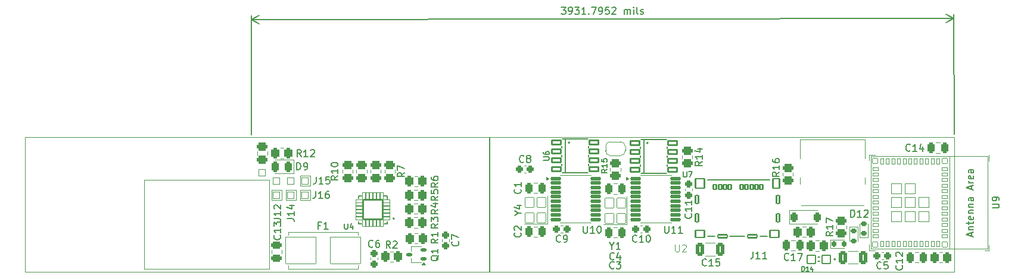
<source format=gbr>
%TF.GenerationSoftware,KiCad,Pcbnew,8.0.3*%
%TF.CreationDate,2024-06-20T21:51:27+02:00*%
%TF.ProjectId,KIA-OBD2-DISPLAY,4b49412d-4f42-4443-922d-444953504c41,rev?*%
%TF.SameCoordinates,Original*%
%TF.FileFunction,Legend,Top*%
%TF.FilePolarity,Positive*%
%FSLAX46Y46*%
G04 Gerber Fmt 4.6, Leading zero omitted, Abs format (unit mm)*
G04 Created by KiCad (PCBNEW 8.0.3) date 2024-06-20 21:51:27*
%MOMM*%
%LPD*%
G01*
G04 APERTURE LIST*
G04 Aperture macros list*
%AMRoundRect*
0 Rectangle with rounded corners*
0 $1 Rounding radius*
0 $2 $3 $4 $5 $6 $7 $8 $9 X,Y pos of 4 corners*
0 Add a 4 corners polygon primitive as box body*
4,1,4,$2,$3,$4,$5,$6,$7,$8,$9,$2,$3,0*
0 Add four circle primitives for the rounded corners*
1,1,$1+$1,$2,$3*
1,1,$1+$1,$4,$5*
1,1,$1+$1,$6,$7*
1,1,$1+$1,$8,$9*
0 Add four rect primitives between the rounded corners*
20,1,$1+$1,$2,$3,$4,$5,0*
20,1,$1+$1,$4,$5,$6,$7,0*
20,1,$1+$1,$6,$7,$8,$9,0*
20,1,$1+$1,$8,$9,$2,$3,0*%
%AMFreePoly0*
4,1,14,0.751870,0.751870,0.763000,0.725000,0.763000,-0.725000,0.751870,-0.751870,0.725000,-0.763000,-0.725000,-0.763000,-0.751870,-0.751870,-0.763000,-0.725000,-0.763000,0.125000,-0.751870,0.151870,-0.151870,0.751870,-0.125000,0.763000,0.725000,0.763000,0.751870,0.751870,0.751870,0.751870,$1*%
%AMFreePoly1*
4,1,35,0.526870,0.776870,0.538000,0.750000,0.538000,-0.750000,0.526870,-0.776870,0.500000,-0.788000,0.000000,-0.788000,-0.012286,-0.782911,-0.071157,-0.782911,-0.081863,-0.781372,-0.218414,-0.741277,-0.228252,-0.736784,-0.347974,-0.659843,-0.356148,-0.652760,-0.449345,-0.545205,-0.455193,-0.536106,-0.514312,-0.406652,-0.517359,-0.396274,-0.537613,-0.255408,-0.538000,-0.250000,-0.538000,0.250000,
-0.537613,0.255408,-0.517359,0.396274,-0.514312,0.406652,-0.455193,0.536106,-0.449345,0.545205,-0.356148,0.652760,-0.347974,0.659843,-0.228252,0.736784,-0.218414,0.741277,-0.081863,0.781372,-0.071157,0.782911,-0.012286,0.782911,0.000000,0.788000,0.500000,0.788000,0.526870,0.776870,0.526870,0.776870,$1*%
%AMFreePoly2*
4,1,35,0.012286,0.782911,0.071157,0.782911,0.081863,0.781372,0.218414,0.741277,0.228252,0.736784,0.347974,0.659843,0.356148,0.652760,0.449345,0.545205,0.455193,0.536106,0.514312,0.406652,0.517359,0.396274,0.537613,0.255408,0.538000,0.250000,0.538000,-0.250000,0.537613,-0.255408,0.517359,-0.396274,0.514312,-0.406652,0.455193,-0.536106,0.449345,-0.545205,0.356148,-0.652760,
0.347974,-0.659843,0.228252,-0.736784,0.218414,-0.741277,0.081863,-0.781372,0.071157,-0.782911,0.012286,-0.782911,0.000000,-0.788000,-0.500000,-0.788000,-0.526870,-0.776870,-0.538000,-0.750000,-0.538000,0.750000,-0.526870,0.776870,-0.500000,0.788000,0.000000,0.788000,0.012286,0.782911,0.012286,0.782911,$1*%
G04 Aperture macros list end*
%ADD10C,0.150000*%
%ADD11C,0.100000*%
%ADD12C,0.127000*%
%ADD13C,0.200000*%
%ADD14C,0.120000*%
%ADD15C,0.203200*%
%ADD16RoundRect,0.102000X0.600000X0.600000X-0.600000X0.600000X-0.600000X-0.600000X0.600000X-0.600000X0*%
%ADD17C,1.600000*%
%ADD18RoundRect,0.268536X0.281964X0.469464X-0.281964X0.469464X-0.281964X-0.469464X0.281964X-0.469464X0*%
%ADD19RoundRect,0.119000X-0.656500X-0.119000X0.656500X-0.119000X0.656500X0.119000X-0.656500X0.119000X0*%
%ADD20RoundRect,0.268536X-0.469464X0.281964X-0.469464X-0.281964X0.469464X-0.281964X0.469464X0.281964X0*%
%ADD21RoundRect,0.038000X0.600000X-0.700000X0.600000X0.700000X-0.600000X0.700000X-0.600000X-0.700000X0*%
%ADD22RoundRect,0.262750X0.262750X0.475250X-0.262750X0.475250X-0.262750X-0.475250X0.262750X-0.475250X0*%
%ADD23RoundRect,0.269000X0.269000X0.494000X-0.269000X0.494000X-0.269000X-0.494000X0.269000X-0.494000X0*%
%ADD24RoundRect,0.244000X0.244000X0.269000X-0.244000X0.269000X-0.244000X-0.269000X0.244000X-0.269000X0*%
%ADD25RoundRect,0.269000X0.494000X-0.269000X0.494000X0.269000X-0.494000X0.269000X-0.494000X-0.269000X0*%
%ADD26RoundRect,0.038000X-0.500000X-0.500000X0.500000X-0.500000X0.500000X0.500000X-0.500000X0.500000X0*%
%ADD27RoundRect,0.102000X-0.650000X0.300000X-0.650000X-0.300000X0.650000X-0.300000X0.650000X0.300000X0*%
%ADD28RoundRect,0.244000X-0.244000X-0.269000X0.244000X-0.269000X0.244000X0.269000X-0.244000X0.269000X0*%
%ADD29RoundRect,0.014220X0.492780X0.222780X-0.492780X0.222780X-0.492780X-0.222780X0.492780X-0.222780X0*%
%ADD30RoundRect,0.014220X-0.222780X0.492780X-0.222780X-0.492780X0.222780X-0.492780X0.222780X0.492780X0*%
%ADD31RoundRect,0.014220X-0.492780X-0.222780X0.492780X-0.222780X0.492780X0.222780X-0.492780X0.222780X0*%
%ADD32RoundRect,0.014220X0.222780X-0.492780X0.222780X0.492780X-0.222780X0.492780X-0.222780X-0.492780X0*%
%ADD33RoundRect,0.102000X1.350000X-1.350000X1.350000X1.350000X-1.350000X1.350000X-1.350000X-1.350000X0*%
%ADD34RoundRect,0.038000X-0.200000X-0.400000X0.200000X-0.400000X0.200000X0.400000X-0.200000X0.400000X0*%
%ADD35RoundRect,0.038000X-0.400000X0.200000X-0.400000X-0.200000X0.400000X-0.200000X0.400000X0.200000X0*%
%ADD36FreePoly0,270.000000*%
%ADD37RoundRect,0.038000X-0.725000X-0.725000X0.725000X-0.725000X0.725000X0.725000X-0.725000X0.725000X0*%
%ADD38RoundRect,0.038000X-0.350000X-0.350000X0.350000X-0.350000X0.350000X0.350000X-0.350000X0.350000X0*%
%ADD39RoundRect,0.266521X-0.346479X-0.671479X0.346479X-0.671479X0.346479X0.671479X-0.346479X0.671479X0*%
%ADD40RoundRect,0.268536X-0.281964X-0.469464X0.281964X-0.469464X0.281964X0.469464X-0.281964X0.469464X0*%
%ADD41RoundRect,0.169000X0.169000X0.219000X-0.169000X0.219000X-0.169000X-0.219000X0.169000X-0.219000X0*%
%ADD42RoundRect,0.244000X-0.269000X0.244000X-0.269000X-0.244000X0.269000X-0.244000X0.269000X0.244000X0*%
%ADD43RoundRect,0.269000X-0.269000X-0.494000X0.269000X-0.494000X0.269000X0.494000X-0.269000X0.494000X0*%
%ADD44RoundRect,0.266521X0.346479X0.671479X-0.346479X0.671479X-0.346479X-0.671479X0.346479X-0.671479X0*%
%ADD45RoundRect,0.244000X-0.244000X-0.394000X0.244000X-0.394000X0.244000X0.394000X-0.244000X0.394000X0*%
%ADD46RoundRect,0.169000X-0.219000X0.169000X-0.219000X-0.169000X0.219000X-0.169000X0.219000X0.169000X0*%
%ADD47C,0.776000*%
%ADD48O,0.976000X2.476000*%
%ADD49O,0.976000X1.776000*%
%ADD50RoundRect,0.268536X0.469464X-0.281964X0.469464X0.281964X-0.469464X0.281964X-0.469464X-0.281964X0*%
%ADD51RoundRect,0.038000X-2.120000X-1.905000X2.120000X-1.905000X2.120000X1.905000X-2.120000X1.905000X0*%
%ADD52RoundRect,0.169000X0.219000X-0.169000X0.219000X0.169000X-0.219000X0.169000X-0.219000X-0.169000X0*%
%ADD53RoundRect,0.131500X0.256500X-0.131500X0.256500X0.131500X-0.256500X0.131500X-0.256500X-0.131500X0*%
%ADD54RoundRect,0.102000X0.225000X0.350000X-0.225000X0.350000X-0.225000X-0.350000X0.225000X-0.350000X0*%
%ADD55RoundRect,0.102000X0.475000X0.700000X-0.475000X0.700000X-0.475000X-0.700000X0.475000X-0.700000X0*%
%ADD56RoundRect,0.102000X0.650000X0.700000X-0.650000X0.700000X-0.650000X-0.700000X0.650000X-0.700000X0*%
%ADD57RoundRect,0.102000X0.200000X0.600000X-0.200000X0.600000X-0.200000X-0.600000X0.200000X-0.600000X0*%
%ADD58RoundRect,0.102000X0.650000X0.500000X-0.650000X0.500000X-0.650000X-0.500000X0.650000X-0.500000X0*%
%ADD59RoundRect,0.102000X0.700000X0.200000X-0.700000X0.200000X-0.700000X-0.200000X0.700000X-0.200000X0*%
%ADD60FreePoly1,0.000000*%
%ADD61FreePoly2,0.000000*%
%ADD62RoundRect,0.038000X0.500000X0.500000X-0.500000X0.500000X-0.500000X-0.500000X0.500000X-0.500000X0*%
G04 APERTURE END LIST*
D10*
X169613238Y-59429657D02*
X170232285Y-59428748D01*
X170232285Y-59428748D02*
X169899511Y-59810190D01*
X169899511Y-59810190D02*
X170042368Y-59809980D01*
X170042368Y-59809980D02*
X170137676Y-59857459D01*
X170137676Y-59857459D02*
X170185365Y-59905008D01*
X170185365Y-59905008D02*
X170233123Y-60000176D01*
X170233123Y-60000176D02*
X170233473Y-60238271D01*
X170233473Y-60238271D02*
X170185994Y-60333579D01*
X170185994Y-60333579D02*
X170138445Y-60381268D01*
X170138445Y-60381268D02*
X170043276Y-60429027D01*
X170043276Y-60429027D02*
X169757562Y-60429446D01*
X169757562Y-60429446D02*
X169662255Y-60381967D01*
X169662255Y-60381967D02*
X169614566Y-60334418D01*
X170709942Y-60428048D02*
X170900418Y-60427769D01*
X170900418Y-60427769D02*
X170995586Y-60380010D01*
X170995586Y-60380010D02*
X171043136Y-60332321D01*
X171043136Y-60332321D02*
X171138164Y-60189325D01*
X171138164Y-60189325D02*
X171185503Y-59998779D01*
X171185503Y-59998779D02*
X171184944Y-59617827D01*
X171184944Y-59617827D02*
X171137186Y-59522659D01*
X171137186Y-59522659D02*
X171089497Y-59475109D01*
X171089497Y-59475109D02*
X170994189Y-59427630D01*
X170994189Y-59427630D02*
X170803713Y-59427910D01*
X170803713Y-59427910D02*
X170708545Y-59475669D01*
X170708545Y-59475669D02*
X170660996Y-59523357D01*
X170660996Y-59523357D02*
X170613516Y-59618665D01*
X170613516Y-59618665D02*
X170613866Y-59856760D01*
X170613866Y-59856760D02*
X170661625Y-59951928D01*
X170661625Y-59951928D02*
X170709313Y-59999477D01*
X170709313Y-59999477D02*
X170804621Y-60046957D01*
X170804621Y-60046957D02*
X170995097Y-60046677D01*
X170995097Y-60046677D02*
X171090265Y-59998918D01*
X171090265Y-59998918D02*
X171137815Y-59951230D01*
X171137815Y-59951230D02*
X171185294Y-59855922D01*
X171517998Y-59426862D02*
X172137045Y-59425953D01*
X172137045Y-59425953D02*
X171804271Y-59807394D01*
X171804271Y-59807394D02*
X171947128Y-59807185D01*
X171947128Y-59807185D02*
X172042436Y-59854664D01*
X172042436Y-59854664D02*
X172090125Y-59902213D01*
X172090125Y-59902213D02*
X172137883Y-59997381D01*
X172137883Y-59997381D02*
X172138233Y-60235476D01*
X172138233Y-60235476D02*
X172090754Y-60330784D01*
X172090754Y-60330784D02*
X172043204Y-60378473D01*
X172043204Y-60378473D02*
X171948036Y-60426231D01*
X171948036Y-60426231D02*
X171662322Y-60426651D01*
X171662322Y-60426651D02*
X171567014Y-60379172D01*
X171567014Y-60379172D02*
X171519326Y-60331622D01*
X173090892Y-60424554D02*
X172519464Y-60425393D01*
X172805178Y-60424974D02*
X172803711Y-59424975D01*
X172803711Y-59424975D02*
X172708682Y-59567971D01*
X172708682Y-59567971D02*
X172613584Y-59663349D01*
X172613584Y-59663349D02*
X172518416Y-59711108D01*
X173519324Y-60328687D02*
X173567012Y-60376236D01*
X173567012Y-60376236D02*
X173519463Y-60423925D01*
X173519463Y-60423925D02*
X173471774Y-60376376D01*
X173471774Y-60376376D02*
X173519324Y-60328687D01*
X173519324Y-60328687D02*
X173519463Y-60423925D01*
X173898947Y-59423367D02*
X174565613Y-59422389D01*
X174565613Y-59422389D02*
X174138510Y-60423017D01*
X174995652Y-60421759D02*
X175186128Y-60421479D01*
X175186128Y-60421479D02*
X175281296Y-60373721D01*
X175281296Y-60373721D02*
X175328845Y-60326032D01*
X175328845Y-60326032D02*
X175423873Y-60183035D01*
X175423873Y-60183035D02*
X175471213Y-59992489D01*
X175471213Y-59992489D02*
X175470654Y-59611537D01*
X175470654Y-59611537D02*
X175422895Y-59516369D01*
X175422895Y-59516369D02*
X175375206Y-59468820D01*
X175375206Y-59468820D02*
X175279898Y-59421341D01*
X175279898Y-59421341D02*
X175089422Y-59421620D01*
X175089422Y-59421620D02*
X174994254Y-59469379D01*
X174994254Y-59469379D02*
X174946705Y-59517068D01*
X174946705Y-59517068D02*
X174899226Y-59612376D01*
X174899226Y-59612376D02*
X174899575Y-59850471D01*
X174899575Y-59850471D02*
X174947334Y-59945639D01*
X174947334Y-59945639D02*
X174995023Y-59993188D01*
X174995023Y-59993188D02*
X175090331Y-60040667D01*
X175090331Y-60040667D02*
X175280807Y-60040388D01*
X175280807Y-60040388D02*
X175375975Y-59992629D01*
X175375975Y-59992629D02*
X175423524Y-59944940D01*
X175423524Y-59944940D02*
X175471003Y-59849632D01*
X176375135Y-59419733D02*
X175898945Y-59420432D01*
X175898945Y-59420432D02*
X175852025Y-59896692D01*
X175852025Y-59896692D02*
X175899574Y-59849003D01*
X175899574Y-59849003D02*
X175994742Y-59801244D01*
X175994742Y-59801244D02*
X176232837Y-59800895D01*
X176232837Y-59800895D02*
X176328145Y-59848374D01*
X176328145Y-59848374D02*
X176375834Y-59895923D01*
X176375834Y-59895923D02*
X176423593Y-59991091D01*
X176423593Y-59991091D02*
X176423942Y-60229186D01*
X176423942Y-60229186D02*
X176376463Y-60324494D01*
X176376463Y-60324494D02*
X176328914Y-60372183D01*
X176328914Y-60372183D02*
X176233746Y-60419942D01*
X176233746Y-60419942D02*
X175995651Y-60420291D01*
X175995651Y-60420291D02*
X175900343Y-60372812D01*
X175900343Y-60372812D02*
X175852654Y-60325263D01*
X176803846Y-59514342D02*
X176851395Y-59466653D01*
X176851395Y-59466653D02*
X176946563Y-59418895D01*
X176946563Y-59418895D02*
X177184658Y-59418545D01*
X177184658Y-59418545D02*
X177279966Y-59466025D01*
X177279966Y-59466025D02*
X177327655Y-59513574D01*
X177327655Y-59513574D02*
X177375414Y-59608742D01*
X177375414Y-59608742D02*
X177375553Y-59703980D01*
X177375553Y-59703980D02*
X177328144Y-59846907D01*
X177328144Y-59846907D02*
X176757555Y-60419173D01*
X176757555Y-60419173D02*
X177376602Y-60418265D01*
X178567077Y-60416518D02*
X178566099Y-59749852D01*
X178566238Y-59845090D02*
X178613787Y-59797401D01*
X178613787Y-59797401D02*
X178708955Y-59749642D01*
X178708955Y-59749642D02*
X178851812Y-59749432D01*
X178851812Y-59749432D02*
X178947120Y-59796912D01*
X178947120Y-59796912D02*
X178994879Y-59892080D01*
X178994879Y-59892080D02*
X178995648Y-60415889D01*
X178994879Y-59892080D02*
X179042358Y-59796772D01*
X179042358Y-59796772D02*
X179137526Y-59749013D01*
X179137526Y-59749013D02*
X179280383Y-59748803D01*
X179280383Y-59748803D02*
X179375691Y-59796283D01*
X179375691Y-59796283D02*
X179423450Y-59891451D01*
X179423450Y-59891451D02*
X179424219Y-60415260D01*
X179900408Y-60414561D02*
X179899430Y-59747895D01*
X179898941Y-59414562D02*
X179851392Y-59462251D01*
X179851392Y-59462251D02*
X179899081Y-59509800D01*
X179899081Y-59509800D02*
X179946630Y-59462111D01*
X179946630Y-59462111D02*
X179898941Y-59414562D01*
X179898941Y-59414562D02*
X179899081Y-59509800D01*
X180519455Y-60413652D02*
X180424147Y-60366173D01*
X180424147Y-60366173D02*
X180376388Y-60271005D01*
X180376388Y-60271005D02*
X180375130Y-59413863D01*
X180852718Y-60365544D02*
X180948026Y-60413023D01*
X180948026Y-60413023D02*
X181138502Y-60412744D01*
X181138502Y-60412744D02*
X181233670Y-60364985D01*
X181233670Y-60364985D02*
X181281150Y-60269677D01*
X181281150Y-60269677D02*
X181281080Y-60222058D01*
X181281080Y-60222058D02*
X181233321Y-60126890D01*
X181233321Y-60126890D02*
X181138013Y-60079411D01*
X181138013Y-60079411D02*
X180995156Y-60079621D01*
X180995156Y-60079621D02*
X180899848Y-60032141D01*
X180899848Y-60032141D02*
X180852090Y-59936973D01*
X180852090Y-59936973D02*
X180852020Y-59889354D01*
X180852020Y-59889354D02*
X180899499Y-59794046D01*
X180899499Y-59794046D02*
X180994667Y-59746288D01*
X180994667Y-59746288D02*
X181137524Y-59746078D01*
X181137524Y-59746078D02*
X181232832Y-59793557D01*
X225430756Y-77497440D02*
X225405748Y-60456541D01*
X125563266Y-77644001D02*
X125538258Y-60603102D01*
X225406608Y-61042960D02*
X125539118Y-61189521D01*
X225406608Y-61042960D02*
X125539118Y-61189521D01*
X225406608Y-61042960D02*
X224280966Y-61631033D01*
X225406608Y-61042960D02*
X224279245Y-60458193D01*
X125539118Y-61189521D02*
X126664760Y-60601448D01*
X125539118Y-61189521D02*
X126666481Y-61774288D01*
X203819856Y-97062276D02*
X203819856Y-96422276D01*
X203819856Y-96422276D02*
X203972237Y-96422276D01*
X203972237Y-96422276D02*
X204063666Y-96452752D01*
X204063666Y-96452752D02*
X204124618Y-96513704D01*
X204124618Y-96513704D02*
X204155095Y-96574657D01*
X204155095Y-96574657D02*
X204185571Y-96696561D01*
X204185571Y-96696561D02*
X204185571Y-96787990D01*
X204185571Y-96787990D02*
X204155095Y-96909895D01*
X204155095Y-96909895D02*
X204124618Y-96970847D01*
X204124618Y-96970847D02*
X204063666Y-97031800D01*
X204063666Y-97031800D02*
X203972237Y-97062276D01*
X203972237Y-97062276D02*
X203819856Y-97062276D01*
X204795095Y-97062276D02*
X204429380Y-97062276D01*
X204612237Y-97062276D02*
X204612237Y-96422276D01*
X204612237Y-96422276D02*
X204551285Y-96513704D01*
X204551285Y-96513704D02*
X204490333Y-96574657D01*
X204490333Y-96574657D02*
X204429380Y-96605133D01*
X205343666Y-96635609D02*
X205343666Y-97062276D01*
X205191285Y-96391800D02*
X205038904Y-96848942D01*
X205038904Y-96848942D02*
X205435095Y-96848942D01*
X152092819Y-84494666D02*
X151616628Y-84827999D01*
X152092819Y-85066094D02*
X151092819Y-85066094D01*
X151092819Y-85066094D02*
X151092819Y-84685142D01*
X151092819Y-84685142D02*
X151140438Y-84589904D01*
X151140438Y-84589904D02*
X151188057Y-84542285D01*
X151188057Y-84542285D02*
X151283295Y-84494666D01*
X151283295Y-84494666D02*
X151426152Y-84494666D01*
X151426152Y-84494666D02*
X151521390Y-84542285D01*
X151521390Y-84542285D02*
X151569009Y-84589904D01*
X151569009Y-84589904D02*
X151616628Y-84685142D01*
X151616628Y-84685142D02*
X151616628Y-85066094D01*
X151092819Y-83637523D02*
X151092819Y-83827999D01*
X151092819Y-83827999D02*
X151140438Y-83923237D01*
X151140438Y-83923237D02*
X151188057Y-83970856D01*
X151188057Y-83970856D02*
X151330914Y-84066094D01*
X151330914Y-84066094D02*
X151521390Y-84113713D01*
X151521390Y-84113713D02*
X151902342Y-84113713D01*
X151902342Y-84113713D02*
X151997580Y-84066094D01*
X151997580Y-84066094D02*
X152045200Y-84018475D01*
X152045200Y-84018475D02*
X152092819Y-83923237D01*
X152092819Y-83923237D02*
X152092819Y-83732761D01*
X152092819Y-83732761D02*
X152045200Y-83637523D01*
X152045200Y-83637523D02*
X151997580Y-83589904D01*
X151997580Y-83589904D02*
X151902342Y-83542285D01*
X151902342Y-83542285D02*
X151664247Y-83542285D01*
X151664247Y-83542285D02*
X151569009Y-83589904D01*
X151569009Y-83589904D02*
X151521390Y-83637523D01*
X151521390Y-83637523D02*
X151473771Y-83732761D01*
X151473771Y-83732761D02*
X151473771Y-83923237D01*
X151473771Y-83923237D02*
X151521390Y-84018475D01*
X151521390Y-84018475D02*
X151569009Y-84066094D01*
X151569009Y-84066094D02*
X151664247Y-84113713D01*
X172751905Y-90640819D02*
X172751905Y-91450342D01*
X172751905Y-91450342D02*
X172799524Y-91545580D01*
X172799524Y-91545580D02*
X172847143Y-91593200D01*
X172847143Y-91593200D02*
X172942381Y-91640819D01*
X172942381Y-91640819D02*
X173132857Y-91640819D01*
X173132857Y-91640819D02*
X173228095Y-91593200D01*
X173228095Y-91593200D02*
X173275714Y-91545580D01*
X173275714Y-91545580D02*
X173323333Y-91450342D01*
X173323333Y-91450342D02*
X173323333Y-90640819D01*
X174323333Y-91640819D02*
X173751905Y-91640819D01*
X174037619Y-91640819D02*
X174037619Y-90640819D01*
X174037619Y-90640819D02*
X173942381Y-90783676D01*
X173942381Y-90783676D02*
X173847143Y-90878914D01*
X173847143Y-90878914D02*
X173751905Y-90926533D01*
X174942381Y-90640819D02*
X175037619Y-90640819D01*
X175037619Y-90640819D02*
X175132857Y-90688438D01*
X175132857Y-90688438D02*
X175180476Y-90736057D01*
X175180476Y-90736057D02*
X175228095Y-90831295D01*
X175228095Y-90831295D02*
X175275714Y-91021771D01*
X175275714Y-91021771D02*
X175275714Y-91259866D01*
X175275714Y-91259866D02*
X175228095Y-91450342D01*
X175228095Y-91450342D02*
X175180476Y-91545580D01*
X175180476Y-91545580D02*
X175132857Y-91593200D01*
X175132857Y-91593200D02*
X175037619Y-91640819D01*
X175037619Y-91640819D02*
X174942381Y-91640819D01*
X174942381Y-91640819D02*
X174847143Y-91593200D01*
X174847143Y-91593200D02*
X174799524Y-91545580D01*
X174799524Y-91545580D02*
X174751905Y-91450342D01*
X174751905Y-91450342D02*
X174704286Y-91259866D01*
X174704286Y-91259866D02*
X174704286Y-91021771D01*
X174704286Y-91021771D02*
X174751905Y-90831295D01*
X174751905Y-90831295D02*
X174799524Y-90736057D01*
X174799524Y-90736057D02*
X174847143Y-90688438D01*
X174847143Y-90688438D02*
X174942381Y-90640819D01*
X176815809Y-93450628D02*
X176815809Y-93926819D01*
X176482476Y-92926819D02*
X176815809Y-93450628D01*
X176815809Y-93450628D02*
X177149142Y-92926819D01*
X178006285Y-93926819D02*
X177434857Y-93926819D01*
X177720571Y-93926819D02*
X177720571Y-92926819D01*
X177720571Y-92926819D02*
X177625333Y-93069676D01*
X177625333Y-93069676D02*
X177530095Y-93164914D01*
X177530095Y-93164914D02*
X177434857Y-93212533D01*
X132021025Y-82606501D02*
X132021025Y-81606501D01*
X132021025Y-81606501D02*
X132259120Y-81606501D01*
X132259120Y-81606501D02*
X132401977Y-81654120D01*
X132401977Y-81654120D02*
X132497215Y-81749358D01*
X132497215Y-81749358D02*
X132544834Y-81844596D01*
X132544834Y-81844596D02*
X132592453Y-82035072D01*
X132592453Y-82035072D02*
X132592453Y-82177929D01*
X132592453Y-82177929D02*
X132544834Y-82368405D01*
X132544834Y-82368405D02*
X132497215Y-82463643D01*
X132497215Y-82463643D02*
X132401977Y-82558882D01*
X132401977Y-82558882D02*
X132259120Y-82606501D01*
X132259120Y-82606501D02*
X132021025Y-82606501D01*
X133068644Y-82606501D02*
X133259120Y-82606501D01*
X133259120Y-82606501D02*
X133354358Y-82558882D01*
X133354358Y-82558882D02*
X133401977Y-82511262D01*
X133401977Y-82511262D02*
X133497215Y-82368405D01*
X133497215Y-82368405D02*
X133544834Y-82177929D01*
X133544834Y-82177929D02*
X133544834Y-81796977D01*
X133544834Y-81796977D02*
X133497215Y-81701739D01*
X133497215Y-81701739D02*
X133449596Y-81654120D01*
X133449596Y-81654120D02*
X133354358Y-81606501D01*
X133354358Y-81606501D02*
X133163882Y-81606501D01*
X133163882Y-81606501D02*
X133068644Y-81654120D01*
X133068644Y-81654120D02*
X133021025Y-81701739D01*
X133021025Y-81701739D02*
X132973406Y-81796977D01*
X132973406Y-81796977D02*
X132973406Y-82035072D01*
X132973406Y-82035072D02*
X133021025Y-82130310D01*
X133021025Y-82130310D02*
X133068644Y-82177929D01*
X133068644Y-82177929D02*
X133163882Y-82225548D01*
X133163882Y-82225548D02*
X133354358Y-82225548D01*
X133354358Y-82225548D02*
X133449596Y-82177929D01*
X133449596Y-82177929D02*
X133497215Y-82130310D01*
X133497215Y-82130310D02*
X133544834Y-82035072D01*
X184308905Y-90640819D02*
X184308905Y-91450342D01*
X184308905Y-91450342D02*
X184356524Y-91545580D01*
X184356524Y-91545580D02*
X184404143Y-91593200D01*
X184404143Y-91593200D02*
X184499381Y-91640819D01*
X184499381Y-91640819D02*
X184689857Y-91640819D01*
X184689857Y-91640819D02*
X184785095Y-91593200D01*
X184785095Y-91593200D02*
X184832714Y-91545580D01*
X184832714Y-91545580D02*
X184880333Y-91450342D01*
X184880333Y-91450342D02*
X184880333Y-90640819D01*
X185880333Y-91640819D02*
X185308905Y-91640819D01*
X185594619Y-91640819D02*
X185594619Y-90640819D01*
X185594619Y-90640819D02*
X185499381Y-90783676D01*
X185499381Y-90783676D02*
X185404143Y-90878914D01*
X185404143Y-90878914D02*
X185308905Y-90926533D01*
X186832714Y-91640819D02*
X186261286Y-91640819D01*
X186547000Y-91640819D02*
X186547000Y-90640819D01*
X186547000Y-90640819D02*
X186451762Y-90783676D01*
X186451762Y-90783676D02*
X186356524Y-90878914D01*
X186356524Y-90878914D02*
X186261286Y-90926533D01*
X163808580Y-85383666D02*
X163856200Y-85431285D01*
X163856200Y-85431285D02*
X163903819Y-85574142D01*
X163903819Y-85574142D02*
X163903819Y-85669380D01*
X163903819Y-85669380D02*
X163856200Y-85812237D01*
X163856200Y-85812237D02*
X163760961Y-85907475D01*
X163760961Y-85907475D02*
X163665723Y-85955094D01*
X163665723Y-85955094D02*
X163475247Y-86002713D01*
X163475247Y-86002713D02*
X163332390Y-86002713D01*
X163332390Y-86002713D02*
X163141914Y-85955094D01*
X163141914Y-85955094D02*
X163046676Y-85907475D01*
X163046676Y-85907475D02*
X162951438Y-85812237D01*
X162951438Y-85812237D02*
X162903819Y-85669380D01*
X162903819Y-85669380D02*
X162903819Y-85574142D01*
X162903819Y-85574142D02*
X162951438Y-85431285D01*
X162951438Y-85431285D02*
X162999057Y-85383666D01*
X163903819Y-84431285D02*
X163903819Y-85002713D01*
X163903819Y-84716999D02*
X162903819Y-84716999D01*
X162903819Y-84716999D02*
X163046676Y-84812237D01*
X163046676Y-84812237D02*
X163141914Y-84907475D01*
X163141914Y-84907475D02*
X163189533Y-85002713D01*
X152092819Y-90336666D02*
X151616628Y-90669999D01*
X152092819Y-90908094D02*
X151092819Y-90908094D01*
X151092819Y-90908094D02*
X151092819Y-90527142D01*
X151092819Y-90527142D02*
X151140438Y-90431904D01*
X151140438Y-90431904D02*
X151188057Y-90384285D01*
X151188057Y-90384285D02*
X151283295Y-90336666D01*
X151283295Y-90336666D02*
X151426152Y-90336666D01*
X151426152Y-90336666D02*
X151521390Y-90384285D01*
X151521390Y-90384285D02*
X151569009Y-90431904D01*
X151569009Y-90431904D02*
X151616628Y-90527142D01*
X151616628Y-90527142D02*
X151616628Y-90908094D01*
X151092819Y-90003332D02*
X151092819Y-89384285D01*
X151092819Y-89384285D02*
X151473771Y-89717618D01*
X151473771Y-89717618D02*
X151473771Y-89574761D01*
X151473771Y-89574761D02*
X151521390Y-89479523D01*
X151521390Y-89479523D02*
X151569009Y-89431904D01*
X151569009Y-89431904D02*
X151664247Y-89384285D01*
X151664247Y-89384285D02*
X151902342Y-89384285D01*
X151902342Y-89384285D02*
X151997580Y-89431904D01*
X151997580Y-89431904D02*
X152045200Y-89479523D01*
X152045200Y-89479523D02*
X152092819Y-89574761D01*
X152092819Y-89574761D02*
X152092819Y-89860475D01*
X152092819Y-89860475D02*
X152045200Y-89955713D01*
X152045200Y-89955713D02*
X151997580Y-90003332D01*
X215085333Y-96658580D02*
X215037714Y-96706200D01*
X215037714Y-96706200D02*
X214894857Y-96753819D01*
X214894857Y-96753819D02*
X214799619Y-96753819D01*
X214799619Y-96753819D02*
X214656762Y-96706200D01*
X214656762Y-96706200D02*
X214561524Y-96610961D01*
X214561524Y-96610961D02*
X214513905Y-96515723D01*
X214513905Y-96515723D02*
X214466286Y-96325247D01*
X214466286Y-96325247D02*
X214466286Y-96182390D01*
X214466286Y-96182390D02*
X214513905Y-95991914D01*
X214513905Y-95991914D02*
X214561524Y-95896676D01*
X214561524Y-95896676D02*
X214656762Y-95801438D01*
X214656762Y-95801438D02*
X214799619Y-95753819D01*
X214799619Y-95753819D02*
X214894857Y-95753819D01*
X214894857Y-95753819D02*
X215037714Y-95801438D01*
X215037714Y-95801438D02*
X215085333Y-95849057D01*
X215990095Y-95753819D02*
X215513905Y-95753819D01*
X215513905Y-95753819D02*
X215466286Y-96230009D01*
X215466286Y-96230009D02*
X215513905Y-96182390D01*
X215513905Y-96182390D02*
X215609143Y-96134771D01*
X215609143Y-96134771D02*
X215847238Y-96134771D01*
X215847238Y-96134771D02*
X215942476Y-96182390D01*
X215942476Y-96182390D02*
X215990095Y-96230009D01*
X215990095Y-96230009D02*
X216037714Y-96325247D01*
X216037714Y-96325247D02*
X216037714Y-96563342D01*
X216037714Y-96563342D02*
X215990095Y-96658580D01*
X215990095Y-96658580D02*
X215942476Y-96706200D01*
X215942476Y-96706200D02*
X215847238Y-96753819D01*
X215847238Y-96753819D02*
X215609143Y-96753819D01*
X215609143Y-96753819D02*
X215513905Y-96706200D01*
X215513905Y-96706200D02*
X215466286Y-96658580D01*
X152092819Y-88304666D02*
X151616628Y-88637999D01*
X152092819Y-88876094D02*
X151092819Y-88876094D01*
X151092819Y-88876094D02*
X151092819Y-88495142D01*
X151092819Y-88495142D02*
X151140438Y-88399904D01*
X151140438Y-88399904D02*
X151188057Y-88352285D01*
X151188057Y-88352285D02*
X151283295Y-88304666D01*
X151283295Y-88304666D02*
X151426152Y-88304666D01*
X151426152Y-88304666D02*
X151521390Y-88352285D01*
X151521390Y-88352285D02*
X151569009Y-88399904D01*
X151569009Y-88399904D02*
X151616628Y-88495142D01*
X151616628Y-88495142D02*
X151616628Y-88876094D01*
X151426152Y-87447523D02*
X152092819Y-87447523D01*
X151045200Y-87685618D02*
X151759485Y-87923713D01*
X151759485Y-87923713D02*
X151759485Y-87304666D01*
X129645580Y-91955857D02*
X129693200Y-92003476D01*
X129693200Y-92003476D02*
X129740819Y-92146333D01*
X129740819Y-92146333D02*
X129740819Y-92241571D01*
X129740819Y-92241571D02*
X129693200Y-92384428D01*
X129693200Y-92384428D02*
X129597961Y-92479666D01*
X129597961Y-92479666D02*
X129502723Y-92527285D01*
X129502723Y-92527285D02*
X129312247Y-92574904D01*
X129312247Y-92574904D02*
X129169390Y-92574904D01*
X129169390Y-92574904D02*
X128978914Y-92527285D01*
X128978914Y-92527285D02*
X128883676Y-92479666D01*
X128883676Y-92479666D02*
X128788438Y-92384428D01*
X128788438Y-92384428D02*
X128740819Y-92241571D01*
X128740819Y-92241571D02*
X128740819Y-92146333D01*
X128740819Y-92146333D02*
X128788438Y-92003476D01*
X128788438Y-92003476D02*
X128836057Y-91955857D01*
X129740819Y-91003476D02*
X129740819Y-91574904D01*
X129740819Y-91289190D02*
X128740819Y-91289190D01*
X128740819Y-91289190D02*
X128883676Y-91384428D01*
X128883676Y-91384428D02*
X128978914Y-91479666D01*
X128978914Y-91479666D02*
X129026533Y-91574904D01*
X128740819Y-90670142D02*
X128740819Y-90051095D01*
X128740819Y-90051095D02*
X129121771Y-90384428D01*
X129121771Y-90384428D02*
X129121771Y-90241571D01*
X129121771Y-90241571D02*
X129169390Y-90146333D01*
X129169390Y-90146333D02*
X129217009Y-90098714D01*
X129217009Y-90098714D02*
X129312247Y-90051095D01*
X129312247Y-90051095D02*
X129550342Y-90051095D01*
X129550342Y-90051095D02*
X129645580Y-90098714D01*
X129645580Y-90098714D02*
X129693200Y-90146333D01*
X129693200Y-90146333D02*
X129740819Y-90241571D01*
X129740819Y-90241571D02*
X129740819Y-90527285D01*
X129740819Y-90527285D02*
X129693200Y-90622523D01*
X129693200Y-90622523D02*
X129645580Y-90670142D01*
X130645819Y-89582523D02*
X131360104Y-89582523D01*
X131360104Y-89582523D02*
X131502961Y-89630142D01*
X131502961Y-89630142D02*
X131598200Y-89725380D01*
X131598200Y-89725380D02*
X131645819Y-89868237D01*
X131645819Y-89868237D02*
X131645819Y-89963475D01*
X131645819Y-88582523D02*
X131645819Y-89153951D01*
X131645819Y-88868237D02*
X130645819Y-88868237D01*
X130645819Y-88868237D02*
X130788676Y-88963475D01*
X130788676Y-88963475D02*
X130883914Y-89058713D01*
X130883914Y-89058713D02*
X130931533Y-89153951D01*
X130979152Y-87725380D02*
X131645819Y-87725380D01*
X130598200Y-87963475D02*
X131312485Y-88201570D01*
X131312485Y-88201570D02*
X131312485Y-87582523D01*
X137868819Y-83496857D02*
X137392628Y-83830190D01*
X137868819Y-84068285D02*
X136868819Y-84068285D01*
X136868819Y-84068285D02*
X136868819Y-83687333D01*
X136868819Y-83687333D02*
X136916438Y-83592095D01*
X136916438Y-83592095D02*
X136964057Y-83544476D01*
X136964057Y-83544476D02*
X137059295Y-83496857D01*
X137059295Y-83496857D02*
X137202152Y-83496857D01*
X137202152Y-83496857D02*
X137297390Y-83544476D01*
X137297390Y-83544476D02*
X137345009Y-83592095D01*
X137345009Y-83592095D02*
X137392628Y-83687333D01*
X137392628Y-83687333D02*
X137392628Y-84068285D01*
X137868819Y-82544476D02*
X137868819Y-83115904D01*
X137868819Y-82830190D02*
X136868819Y-82830190D01*
X136868819Y-82830190D02*
X137011676Y-82925428D01*
X137011676Y-82925428D02*
X137106914Y-83020666D01*
X137106914Y-83020666D02*
X137154533Y-83115904D01*
X136868819Y-81925428D02*
X136868819Y-81830190D01*
X136868819Y-81830190D02*
X136916438Y-81734952D01*
X136916438Y-81734952D02*
X136964057Y-81687333D01*
X136964057Y-81687333D02*
X137059295Y-81639714D01*
X137059295Y-81639714D02*
X137249771Y-81592095D01*
X137249771Y-81592095D02*
X137487866Y-81592095D01*
X137487866Y-81592095D02*
X137678342Y-81639714D01*
X137678342Y-81639714D02*
X137773580Y-81687333D01*
X137773580Y-81687333D02*
X137821200Y-81734952D01*
X137821200Y-81734952D02*
X137868819Y-81830190D01*
X137868819Y-81830190D02*
X137868819Y-81925428D01*
X137868819Y-81925428D02*
X137821200Y-82020666D01*
X137821200Y-82020666D02*
X137773580Y-82068285D01*
X137773580Y-82068285D02*
X137678342Y-82115904D01*
X137678342Y-82115904D02*
X137487866Y-82163523D01*
X137487866Y-82163523D02*
X137249771Y-82163523D01*
X137249771Y-82163523D02*
X137059295Y-82115904D01*
X137059295Y-82115904D02*
X136964057Y-82068285D01*
X136964057Y-82068285D02*
X136916438Y-82020666D01*
X136916438Y-82020666D02*
X136868819Y-81925428D01*
X128740819Y-89582523D02*
X129455104Y-89582523D01*
X129455104Y-89582523D02*
X129597961Y-89630142D01*
X129597961Y-89630142D02*
X129693200Y-89725380D01*
X129693200Y-89725380D02*
X129740819Y-89868237D01*
X129740819Y-89868237D02*
X129740819Y-89963475D01*
X129740819Y-88582523D02*
X129740819Y-89153951D01*
X129740819Y-88868237D02*
X128740819Y-88868237D01*
X128740819Y-88868237D02*
X128883676Y-88963475D01*
X128883676Y-88963475D02*
X128978914Y-89058713D01*
X128978914Y-89058713D02*
X129026533Y-89153951D01*
X128836057Y-88201570D02*
X128788438Y-88153951D01*
X128788438Y-88153951D02*
X128740819Y-88058713D01*
X128740819Y-88058713D02*
X128740819Y-87820618D01*
X128740819Y-87820618D02*
X128788438Y-87725380D01*
X128788438Y-87725380D02*
X128836057Y-87677761D01*
X128836057Y-87677761D02*
X128931295Y-87630142D01*
X128931295Y-87630142D02*
X129026533Y-87630142D01*
X129026533Y-87630142D02*
X129169390Y-87677761D01*
X129169390Y-87677761D02*
X129740819Y-88249189D01*
X129740819Y-88249189D02*
X129740819Y-87630142D01*
X186979074Y-82881065D02*
X186979074Y-83518486D01*
X186979074Y-83518486D02*
X187016570Y-83593476D01*
X187016570Y-83593476D02*
X187054065Y-83630972D01*
X187054065Y-83630972D02*
X187129056Y-83668467D01*
X187129056Y-83668467D02*
X187279037Y-83668467D01*
X187279037Y-83668467D02*
X187354028Y-83630972D01*
X187354028Y-83630972D02*
X187391523Y-83593476D01*
X187391523Y-83593476D02*
X187429018Y-83518486D01*
X187429018Y-83518486D02*
X187429018Y-82881065D01*
X187728981Y-82881065D02*
X188253915Y-82881065D01*
X188253915Y-82881065D02*
X187916457Y-83668467D01*
X164285333Y-81479580D02*
X164237714Y-81527200D01*
X164237714Y-81527200D02*
X164094857Y-81574819D01*
X164094857Y-81574819D02*
X163999619Y-81574819D01*
X163999619Y-81574819D02*
X163856762Y-81527200D01*
X163856762Y-81527200D02*
X163761524Y-81431961D01*
X163761524Y-81431961D02*
X163713905Y-81336723D01*
X163713905Y-81336723D02*
X163666286Y-81146247D01*
X163666286Y-81146247D02*
X163666286Y-81003390D01*
X163666286Y-81003390D02*
X163713905Y-80812914D01*
X163713905Y-80812914D02*
X163761524Y-80717676D01*
X163761524Y-80717676D02*
X163856762Y-80622438D01*
X163856762Y-80622438D02*
X163999619Y-80574819D01*
X163999619Y-80574819D02*
X164094857Y-80574819D01*
X164094857Y-80574819D02*
X164237714Y-80622438D01*
X164237714Y-80622438D02*
X164285333Y-80670057D01*
X164856762Y-81003390D02*
X164761524Y-80955771D01*
X164761524Y-80955771D02*
X164713905Y-80908152D01*
X164713905Y-80908152D02*
X164666286Y-80812914D01*
X164666286Y-80812914D02*
X164666286Y-80765295D01*
X164666286Y-80765295D02*
X164713905Y-80670057D01*
X164713905Y-80670057D02*
X164761524Y-80622438D01*
X164761524Y-80622438D02*
X164856762Y-80574819D01*
X164856762Y-80574819D02*
X165047238Y-80574819D01*
X165047238Y-80574819D02*
X165142476Y-80622438D01*
X165142476Y-80622438D02*
X165190095Y-80670057D01*
X165190095Y-80670057D02*
X165237714Y-80765295D01*
X165237714Y-80765295D02*
X165237714Y-80812914D01*
X165237714Y-80812914D02*
X165190095Y-80908152D01*
X165190095Y-80908152D02*
X165142476Y-80955771D01*
X165142476Y-80955771D02*
X165047238Y-81003390D01*
X165047238Y-81003390D02*
X164856762Y-81003390D01*
X164856762Y-81003390D02*
X164761524Y-81051009D01*
X164761524Y-81051009D02*
X164713905Y-81098628D01*
X164713905Y-81098628D02*
X164666286Y-81193866D01*
X164666286Y-81193866D02*
X164666286Y-81384342D01*
X164666286Y-81384342D02*
X164713905Y-81479580D01*
X164713905Y-81479580D02*
X164761524Y-81527200D01*
X164761524Y-81527200D02*
X164856762Y-81574819D01*
X164856762Y-81574819D02*
X165047238Y-81574819D01*
X165047238Y-81574819D02*
X165142476Y-81527200D01*
X165142476Y-81527200D02*
X165190095Y-81479580D01*
X165190095Y-81479580D02*
X165237714Y-81384342D01*
X165237714Y-81384342D02*
X165237714Y-81193866D01*
X165237714Y-81193866D02*
X165190095Y-81098628D01*
X165190095Y-81098628D02*
X165142476Y-81051009D01*
X165142476Y-81051009D02*
X165047238Y-81003390D01*
X138806198Y-90305570D02*
X138806198Y-90931384D01*
X138806198Y-90931384D02*
X138843011Y-91005009D01*
X138843011Y-91005009D02*
X138879824Y-91041822D01*
X138879824Y-91041822D02*
X138953449Y-91078634D01*
X138953449Y-91078634D02*
X139100699Y-91078634D01*
X139100699Y-91078634D02*
X139174324Y-91041822D01*
X139174324Y-91041822D02*
X139211137Y-91005009D01*
X139211137Y-91005009D02*
X139247949Y-90931384D01*
X139247949Y-90931384D02*
X139247949Y-90305570D01*
X139947389Y-90563258D02*
X139947389Y-91078634D01*
X139763326Y-90268758D02*
X139579263Y-90820946D01*
X139579263Y-90820946D02*
X140057826Y-90820946D01*
X230854819Y-88061904D02*
X231664342Y-88061904D01*
X231664342Y-88061904D02*
X231759580Y-88014285D01*
X231759580Y-88014285D02*
X231807200Y-87966666D01*
X231807200Y-87966666D02*
X231854819Y-87871428D01*
X231854819Y-87871428D02*
X231854819Y-87680952D01*
X231854819Y-87680952D02*
X231807200Y-87585714D01*
X231807200Y-87585714D02*
X231759580Y-87538095D01*
X231759580Y-87538095D02*
X231664342Y-87490476D01*
X231664342Y-87490476D02*
X230854819Y-87490476D01*
X231854819Y-86966666D02*
X231854819Y-86776190D01*
X231854819Y-86776190D02*
X231807200Y-86680952D01*
X231807200Y-86680952D02*
X231759580Y-86633333D01*
X231759580Y-86633333D02*
X231616723Y-86538095D01*
X231616723Y-86538095D02*
X231426247Y-86490476D01*
X231426247Y-86490476D02*
X231045295Y-86490476D01*
X231045295Y-86490476D02*
X230950057Y-86538095D01*
X230950057Y-86538095D02*
X230902438Y-86585714D01*
X230902438Y-86585714D02*
X230854819Y-86680952D01*
X230854819Y-86680952D02*
X230854819Y-86871428D01*
X230854819Y-86871428D02*
X230902438Y-86966666D01*
X230902438Y-86966666D02*
X230950057Y-87014285D01*
X230950057Y-87014285D02*
X231045295Y-87061904D01*
X231045295Y-87061904D02*
X231283390Y-87061904D01*
X231283390Y-87061904D02*
X231378628Y-87014285D01*
X231378628Y-87014285D02*
X231426247Y-86966666D01*
X231426247Y-86966666D02*
X231473866Y-86871428D01*
X231473866Y-86871428D02*
X231473866Y-86680952D01*
X231473866Y-86680952D02*
X231426247Y-86585714D01*
X231426247Y-86585714D02*
X231378628Y-86538095D01*
X231378628Y-86538095D02*
X231283390Y-86490476D01*
X227919104Y-92061905D02*
X227919104Y-91585715D01*
X228204819Y-92157143D02*
X227204819Y-91823810D01*
X227204819Y-91823810D02*
X228204819Y-91490477D01*
X227538152Y-91157143D02*
X228204819Y-91157143D01*
X227633390Y-91157143D02*
X227585771Y-91109524D01*
X227585771Y-91109524D02*
X227538152Y-91014286D01*
X227538152Y-91014286D02*
X227538152Y-90871429D01*
X227538152Y-90871429D02*
X227585771Y-90776191D01*
X227585771Y-90776191D02*
X227681009Y-90728572D01*
X227681009Y-90728572D02*
X228204819Y-90728572D01*
X227538152Y-90395238D02*
X227538152Y-90014286D01*
X227204819Y-90252381D02*
X228061961Y-90252381D01*
X228061961Y-90252381D02*
X228157200Y-90204762D01*
X228157200Y-90204762D02*
X228204819Y-90109524D01*
X228204819Y-90109524D02*
X228204819Y-90014286D01*
X228157200Y-89300000D02*
X228204819Y-89395238D01*
X228204819Y-89395238D02*
X228204819Y-89585714D01*
X228204819Y-89585714D02*
X228157200Y-89680952D01*
X228157200Y-89680952D02*
X228061961Y-89728571D01*
X228061961Y-89728571D02*
X227681009Y-89728571D01*
X227681009Y-89728571D02*
X227585771Y-89680952D01*
X227585771Y-89680952D02*
X227538152Y-89585714D01*
X227538152Y-89585714D02*
X227538152Y-89395238D01*
X227538152Y-89395238D02*
X227585771Y-89300000D01*
X227585771Y-89300000D02*
X227681009Y-89252381D01*
X227681009Y-89252381D02*
X227776247Y-89252381D01*
X227776247Y-89252381D02*
X227871485Y-89728571D01*
X227538152Y-88823809D02*
X228204819Y-88823809D01*
X227633390Y-88823809D02*
X227585771Y-88776190D01*
X227585771Y-88776190D02*
X227538152Y-88680952D01*
X227538152Y-88680952D02*
X227538152Y-88538095D01*
X227538152Y-88538095D02*
X227585771Y-88442857D01*
X227585771Y-88442857D02*
X227681009Y-88395238D01*
X227681009Y-88395238D02*
X228204819Y-88395238D01*
X227538152Y-87919047D02*
X228204819Y-87919047D01*
X227633390Y-87919047D02*
X227585771Y-87871428D01*
X227585771Y-87871428D02*
X227538152Y-87776190D01*
X227538152Y-87776190D02*
X227538152Y-87633333D01*
X227538152Y-87633333D02*
X227585771Y-87538095D01*
X227585771Y-87538095D02*
X227681009Y-87490476D01*
X227681009Y-87490476D02*
X228204819Y-87490476D01*
X228204819Y-86585714D02*
X227681009Y-86585714D01*
X227681009Y-86585714D02*
X227585771Y-86633333D01*
X227585771Y-86633333D02*
X227538152Y-86728571D01*
X227538152Y-86728571D02*
X227538152Y-86919047D01*
X227538152Y-86919047D02*
X227585771Y-87014285D01*
X228157200Y-86585714D02*
X228204819Y-86680952D01*
X228204819Y-86680952D02*
X228204819Y-86919047D01*
X228204819Y-86919047D02*
X228157200Y-87014285D01*
X228157200Y-87014285D02*
X228061961Y-87061904D01*
X228061961Y-87061904D02*
X227966723Y-87061904D01*
X227966723Y-87061904D02*
X227871485Y-87014285D01*
X227871485Y-87014285D02*
X227823866Y-86919047D01*
X227823866Y-86919047D02*
X227823866Y-86680952D01*
X227823866Y-86680952D02*
X227776247Y-86585714D01*
X227919104Y-85395237D02*
X227919104Y-84919047D01*
X228204819Y-85490475D02*
X227204819Y-85157142D01*
X227204819Y-85157142D02*
X228204819Y-84823809D01*
X228204819Y-84490475D02*
X227538152Y-84490475D01*
X227728628Y-84490475D02*
X227633390Y-84442856D01*
X227633390Y-84442856D02*
X227585771Y-84395237D01*
X227585771Y-84395237D02*
X227538152Y-84299999D01*
X227538152Y-84299999D02*
X227538152Y-84204761D01*
X228157200Y-83490475D02*
X228204819Y-83585713D01*
X228204819Y-83585713D02*
X228204819Y-83776189D01*
X228204819Y-83776189D02*
X228157200Y-83871427D01*
X228157200Y-83871427D02*
X228061961Y-83919046D01*
X228061961Y-83919046D02*
X227681009Y-83919046D01*
X227681009Y-83919046D02*
X227585771Y-83871427D01*
X227585771Y-83871427D02*
X227538152Y-83776189D01*
X227538152Y-83776189D02*
X227538152Y-83585713D01*
X227538152Y-83585713D02*
X227585771Y-83490475D01*
X227585771Y-83490475D02*
X227681009Y-83442856D01*
X227681009Y-83442856D02*
X227776247Y-83442856D01*
X227776247Y-83442856D02*
X227871485Y-83919046D01*
X228204819Y-82585713D02*
X227681009Y-82585713D01*
X227681009Y-82585713D02*
X227585771Y-82633332D01*
X227585771Y-82633332D02*
X227538152Y-82728570D01*
X227538152Y-82728570D02*
X227538152Y-82919046D01*
X227538152Y-82919046D02*
X227585771Y-83014284D01*
X228157200Y-82585713D02*
X228204819Y-82680951D01*
X228204819Y-82680951D02*
X228204819Y-82919046D01*
X228204819Y-82919046D02*
X228157200Y-83014284D01*
X228157200Y-83014284D02*
X228061961Y-83061903D01*
X228061961Y-83061903D02*
X227966723Y-83061903D01*
X227966723Y-83061903D02*
X227871485Y-83014284D01*
X227871485Y-83014284D02*
X227823866Y-82919046D01*
X227823866Y-82919046D02*
X227823866Y-82680951D01*
X227823866Y-82680951D02*
X227776247Y-82585713D01*
X200606819Y-82938857D02*
X200130628Y-83272190D01*
X200606819Y-83510285D02*
X199606819Y-83510285D01*
X199606819Y-83510285D02*
X199606819Y-83129333D01*
X199606819Y-83129333D02*
X199654438Y-83034095D01*
X199654438Y-83034095D02*
X199702057Y-82986476D01*
X199702057Y-82986476D02*
X199797295Y-82938857D01*
X199797295Y-82938857D02*
X199940152Y-82938857D01*
X199940152Y-82938857D02*
X200035390Y-82986476D01*
X200035390Y-82986476D02*
X200083009Y-83034095D01*
X200083009Y-83034095D02*
X200130628Y-83129333D01*
X200130628Y-83129333D02*
X200130628Y-83510285D01*
X200606819Y-81986476D02*
X200606819Y-82557904D01*
X200606819Y-82272190D02*
X199606819Y-82272190D01*
X199606819Y-82272190D02*
X199749676Y-82367428D01*
X199749676Y-82367428D02*
X199844914Y-82462666D01*
X199844914Y-82462666D02*
X199892533Y-82557904D01*
X199606819Y-81129333D02*
X199606819Y-81319809D01*
X199606819Y-81319809D02*
X199654438Y-81415047D01*
X199654438Y-81415047D02*
X199702057Y-81462666D01*
X199702057Y-81462666D02*
X199844914Y-81557904D01*
X199844914Y-81557904D02*
X200035390Y-81605523D01*
X200035390Y-81605523D02*
X200416342Y-81605523D01*
X200416342Y-81605523D02*
X200511580Y-81557904D01*
X200511580Y-81557904D02*
X200559200Y-81510285D01*
X200559200Y-81510285D02*
X200606819Y-81415047D01*
X200606819Y-81415047D02*
X200606819Y-81224571D01*
X200606819Y-81224571D02*
X200559200Y-81129333D01*
X200559200Y-81129333D02*
X200511580Y-81081714D01*
X200511580Y-81081714D02*
X200416342Y-81034095D01*
X200416342Y-81034095D02*
X200178247Y-81034095D01*
X200178247Y-81034095D02*
X200083009Y-81081714D01*
X200083009Y-81081714D02*
X200035390Y-81129333D01*
X200035390Y-81129333D02*
X199987771Y-81224571D01*
X199987771Y-81224571D02*
X199987771Y-81415047D01*
X199987771Y-81415047D02*
X200035390Y-81510285D01*
X200035390Y-81510285D02*
X200083009Y-81557904D01*
X200083009Y-81557904D02*
X200178247Y-81605523D01*
X190238142Y-96244580D02*
X190190523Y-96292200D01*
X190190523Y-96292200D02*
X190047666Y-96339819D01*
X190047666Y-96339819D02*
X189952428Y-96339819D01*
X189952428Y-96339819D02*
X189809571Y-96292200D01*
X189809571Y-96292200D02*
X189714333Y-96196961D01*
X189714333Y-96196961D02*
X189666714Y-96101723D01*
X189666714Y-96101723D02*
X189619095Y-95911247D01*
X189619095Y-95911247D02*
X189619095Y-95768390D01*
X189619095Y-95768390D02*
X189666714Y-95577914D01*
X189666714Y-95577914D02*
X189714333Y-95482676D01*
X189714333Y-95482676D02*
X189809571Y-95387438D01*
X189809571Y-95387438D02*
X189952428Y-95339819D01*
X189952428Y-95339819D02*
X190047666Y-95339819D01*
X190047666Y-95339819D02*
X190190523Y-95387438D01*
X190190523Y-95387438D02*
X190238142Y-95435057D01*
X191190523Y-96339819D02*
X190619095Y-96339819D01*
X190904809Y-96339819D02*
X190904809Y-95339819D01*
X190904809Y-95339819D02*
X190809571Y-95482676D01*
X190809571Y-95482676D02*
X190714333Y-95577914D01*
X190714333Y-95577914D02*
X190619095Y-95625533D01*
X192095285Y-95339819D02*
X191619095Y-95339819D01*
X191619095Y-95339819D02*
X191571476Y-95816009D01*
X191571476Y-95816009D02*
X191619095Y-95768390D01*
X191619095Y-95768390D02*
X191714333Y-95720771D01*
X191714333Y-95720771D02*
X191952428Y-95720771D01*
X191952428Y-95720771D02*
X192047666Y-95768390D01*
X192047666Y-95768390D02*
X192095285Y-95816009D01*
X192095285Y-95816009D02*
X192142904Y-95911247D01*
X192142904Y-95911247D02*
X192142904Y-96149342D01*
X192142904Y-96149342D02*
X192095285Y-96244580D01*
X192095285Y-96244580D02*
X192047666Y-96292200D01*
X192047666Y-96292200D02*
X191952428Y-96339819D01*
X191952428Y-96339819D02*
X191714333Y-96339819D01*
X191714333Y-96339819D02*
X191619095Y-96292200D01*
X191619095Y-96292200D02*
X191571476Y-96244580D01*
X188065580Y-88907857D02*
X188113200Y-88955476D01*
X188113200Y-88955476D02*
X188160819Y-89098333D01*
X188160819Y-89098333D02*
X188160819Y-89193571D01*
X188160819Y-89193571D02*
X188113200Y-89336428D01*
X188113200Y-89336428D02*
X188017961Y-89431666D01*
X188017961Y-89431666D02*
X187922723Y-89479285D01*
X187922723Y-89479285D02*
X187732247Y-89526904D01*
X187732247Y-89526904D02*
X187589390Y-89526904D01*
X187589390Y-89526904D02*
X187398914Y-89479285D01*
X187398914Y-89479285D02*
X187303676Y-89431666D01*
X187303676Y-89431666D02*
X187208438Y-89336428D01*
X187208438Y-89336428D02*
X187160819Y-89193571D01*
X187160819Y-89193571D02*
X187160819Y-89098333D01*
X187160819Y-89098333D02*
X187208438Y-88955476D01*
X187208438Y-88955476D02*
X187256057Y-88907857D01*
X188160819Y-87955476D02*
X188160819Y-88526904D01*
X188160819Y-88241190D02*
X187160819Y-88241190D01*
X187160819Y-88241190D02*
X187303676Y-88336428D01*
X187303676Y-88336428D02*
X187398914Y-88431666D01*
X187398914Y-88431666D02*
X187446533Y-88526904D01*
X188160819Y-87003095D02*
X188160819Y-87574523D01*
X188160819Y-87288809D02*
X187160819Y-87288809D01*
X187160819Y-87288809D02*
X187303676Y-87384047D01*
X187303676Y-87384047D02*
X187398914Y-87479285D01*
X187398914Y-87479285D02*
X187446533Y-87574523D01*
X169518333Y-92848580D02*
X169470714Y-92896200D01*
X169470714Y-92896200D02*
X169327857Y-92943819D01*
X169327857Y-92943819D02*
X169232619Y-92943819D01*
X169232619Y-92943819D02*
X169089762Y-92896200D01*
X169089762Y-92896200D02*
X168994524Y-92800961D01*
X168994524Y-92800961D02*
X168946905Y-92705723D01*
X168946905Y-92705723D02*
X168899286Y-92515247D01*
X168899286Y-92515247D02*
X168899286Y-92372390D01*
X168899286Y-92372390D02*
X168946905Y-92181914D01*
X168946905Y-92181914D02*
X168994524Y-92086676D01*
X168994524Y-92086676D02*
X169089762Y-91991438D01*
X169089762Y-91991438D02*
X169232619Y-91943819D01*
X169232619Y-91943819D02*
X169327857Y-91943819D01*
X169327857Y-91943819D02*
X169470714Y-91991438D01*
X169470714Y-91991438D02*
X169518333Y-92039057D01*
X169994524Y-92943819D02*
X170185000Y-92943819D01*
X170185000Y-92943819D02*
X170280238Y-92896200D01*
X170280238Y-92896200D02*
X170327857Y-92848580D01*
X170327857Y-92848580D02*
X170423095Y-92705723D01*
X170423095Y-92705723D02*
X170470714Y-92515247D01*
X170470714Y-92515247D02*
X170470714Y-92134295D01*
X170470714Y-92134295D02*
X170423095Y-92039057D01*
X170423095Y-92039057D02*
X170375476Y-91991438D01*
X170375476Y-91991438D02*
X170280238Y-91943819D01*
X170280238Y-91943819D02*
X170089762Y-91943819D01*
X170089762Y-91943819D02*
X169994524Y-91991438D01*
X169994524Y-91991438D02*
X169946905Y-92039057D01*
X169946905Y-92039057D02*
X169899286Y-92134295D01*
X169899286Y-92134295D02*
X169899286Y-92372390D01*
X169899286Y-92372390D02*
X169946905Y-92467628D01*
X169946905Y-92467628D02*
X169994524Y-92515247D01*
X169994524Y-92515247D02*
X170089762Y-92562866D01*
X170089762Y-92562866D02*
X170280238Y-92562866D01*
X170280238Y-92562866D02*
X170375476Y-92515247D01*
X170375476Y-92515247D02*
X170423095Y-92467628D01*
X170423095Y-92467628D02*
X170470714Y-92372390D01*
D11*
X185801095Y-93310419D02*
X185801095Y-94119942D01*
X185801095Y-94119942D02*
X185848714Y-94215180D01*
X185848714Y-94215180D02*
X185896333Y-94262800D01*
X185896333Y-94262800D02*
X185991571Y-94310419D01*
X185991571Y-94310419D02*
X186182047Y-94310419D01*
X186182047Y-94310419D02*
X186277285Y-94262800D01*
X186277285Y-94262800D02*
X186324904Y-94215180D01*
X186324904Y-94215180D02*
X186372523Y-94119942D01*
X186372523Y-94119942D02*
X186372523Y-93310419D01*
X186801095Y-93405657D02*
X186848714Y-93358038D01*
X186848714Y-93358038D02*
X186943952Y-93310419D01*
X186943952Y-93310419D02*
X187182047Y-93310419D01*
X187182047Y-93310419D02*
X187277285Y-93358038D01*
X187277285Y-93358038D02*
X187324904Y-93405657D01*
X187324904Y-93405657D02*
X187372523Y-93500895D01*
X187372523Y-93500895D02*
X187372523Y-93596133D01*
X187372523Y-93596133D02*
X187324904Y-93738990D01*
X187324904Y-93738990D02*
X186753476Y-94310419D01*
X186753476Y-94310419D02*
X187372523Y-94310419D01*
D10*
X134758522Y-83626180D02*
X134758522Y-84340465D01*
X134758522Y-84340465D02*
X134710903Y-84483322D01*
X134710903Y-84483322D02*
X134615665Y-84578561D01*
X134615665Y-84578561D02*
X134472808Y-84626180D01*
X134472808Y-84626180D02*
X134377570Y-84626180D01*
X135758522Y-84626180D02*
X135187094Y-84626180D01*
X135472808Y-84626180D02*
X135472808Y-83626180D01*
X135472808Y-83626180D02*
X135377570Y-83769037D01*
X135377570Y-83769037D02*
X135282332Y-83864275D01*
X135282332Y-83864275D02*
X135187094Y-83911894D01*
X136663284Y-83626180D02*
X136187094Y-83626180D01*
X136187094Y-83626180D02*
X136139475Y-84102370D01*
X136139475Y-84102370D02*
X136187094Y-84054751D01*
X136187094Y-84054751D02*
X136282332Y-84007132D01*
X136282332Y-84007132D02*
X136520427Y-84007132D01*
X136520427Y-84007132D02*
X136615665Y-84054751D01*
X136615665Y-84054751D02*
X136663284Y-84102370D01*
X136663284Y-84102370D02*
X136710903Y-84197608D01*
X136710903Y-84197608D02*
X136710903Y-84435703D01*
X136710903Y-84435703D02*
X136663284Y-84530941D01*
X136663284Y-84530941D02*
X136615665Y-84578561D01*
X136615665Y-84578561D02*
X136520427Y-84626180D01*
X136520427Y-84626180D02*
X136282332Y-84626180D01*
X136282332Y-84626180D02*
X136187094Y-84578561D01*
X136187094Y-84578561D02*
X136139475Y-84530941D01*
X152092819Y-86399666D02*
X151616628Y-86732999D01*
X152092819Y-86971094D02*
X151092819Y-86971094D01*
X151092819Y-86971094D02*
X151092819Y-86590142D01*
X151092819Y-86590142D02*
X151140438Y-86494904D01*
X151140438Y-86494904D02*
X151188057Y-86447285D01*
X151188057Y-86447285D02*
X151283295Y-86399666D01*
X151283295Y-86399666D02*
X151426152Y-86399666D01*
X151426152Y-86399666D02*
X151521390Y-86447285D01*
X151521390Y-86447285D02*
X151569009Y-86494904D01*
X151569009Y-86494904D02*
X151616628Y-86590142D01*
X151616628Y-86590142D02*
X151616628Y-86971094D01*
X151092819Y-85494904D02*
X151092819Y-85971094D01*
X151092819Y-85971094D02*
X151569009Y-86018713D01*
X151569009Y-86018713D02*
X151521390Y-85971094D01*
X151521390Y-85971094D02*
X151473771Y-85875856D01*
X151473771Y-85875856D02*
X151473771Y-85637761D01*
X151473771Y-85637761D02*
X151521390Y-85542523D01*
X151521390Y-85542523D02*
X151569009Y-85494904D01*
X151569009Y-85494904D02*
X151664247Y-85447285D01*
X151664247Y-85447285D02*
X151902342Y-85447285D01*
X151902342Y-85447285D02*
X151997580Y-85494904D01*
X151997580Y-85494904D02*
X152045200Y-85542523D01*
X152045200Y-85542523D02*
X152092819Y-85637761D01*
X152092819Y-85637761D02*
X152092819Y-85875856D01*
X152092819Y-85875856D02*
X152045200Y-85971094D01*
X152045200Y-85971094D02*
X151997580Y-86018713D01*
X177114979Y-95355580D02*
X177067360Y-95403200D01*
X177067360Y-95403200D02*
X176924503Y-95450819D01*
X176924503Y-95450819D02*
X176829265Y-95450819D01*
X176829265Y-95450819D02*
X176686408Y-95403200D01*
X176686408Y-95403200D02*
X176591170Y-95307961D01*
X176591170Y-95307961D02*
X176543551Y-95212723D01*
X176543551Y-95212723D02*
X176495932Y-95022247D01*
X176495932Y-95022247D02*
X176495932Y-94879390D01*
X176495932Y-94879390D02*
X176543551Y-94688914D01*
X176543551Y-94688914D02*
X176591170Y-94593676D01*
X176591170Y-94593676D02*
X176686408Y-94498438D01*
X176686408Y-94498438D02*
X176829265Y-94450819D01*
X176829265Y-94450819D02*
X176924503Y-94450819D01*
X176924503Y-94450819D02*
X177067360Y-94498438D01*
X177067360Y-94498438D02*
X177114979Y-94546057D01*
X177972122Y-94784152D02*
X177972122Y-95450819D01*
X177734027Y-94403200D02*
X177495932Y-95117485D01*
X177495932Y-95117485D02*
X178114979Y-95117485D01*
X201920506Y-95446341D02*
X201872887Y-95493961D01*
X201872887Y-95493961D02*
X201730030Y-95541580D01*
X201730030Y-95541580D02*
X201634792Y-95541580D01*
X201634792Y-95541580D02*
X201491935Y-95493961D01*
X201491935Y-95493961D02*
X201396697Y-95398722D01*
X201396697Y-95398722D02*
X201349078Y-95303484D01*
X201349078Y-95303484D02*
X201301459Y-95113008D01*
X201301459Y-95113008D02*
X201301459Y-94970151D01*
X201301459Y-94970151D02*
X201349078Y-94779675D01*
X201349078Y-94779675D02*
X201396697Y-94684437D01*
X201396697Y-94684437D02*
X201491935Y-94589199D01*
X201491935Y-94589199D02*
X201634792Y-94541580D01*
X201634792Y-94541580D02*
X201730030Y-94541580D01*
X201730030Y-94541580D02*
X201872887Y-94589199D01*
X201872887Y-94589199D02*
X201920506Y-94636818D01*
X202872887Y-95541580D02*
X202301459Y-95541580D01*
X202587173Y-95541580D02*
X202587173Y-94541580D01*
X202587173Y-94541580D02*
X202491935Y-94684437D01*
X202491935Y-94684437D02*
X202396697Y-94779675D01*
X202396697Y-94779675D02*
X202301459Y-94827294D01*
X203206221Y-94541580D02*
X203872887Y-94541580D01*
X203872887Y-94541580D02*
X203444316Y-95541580D01*
X180345142Y-92848580D02*
X180297523Y-92896200D01*
X180297523Y-92896200D02*
X180154666Y-92943819D01*
X180154666Y-92943819D02*
X180059428Y-92943819D01*
X180059428Y-92943819D02*
X179916571Y-92896200D01*
X179916571Y-92896200D02*
X179821333Y-92800961D01*
X179821333Y-92800961D02*
X179773714Y-92705723D01*
X179773714Y-92705723D02*
X179726095Y-92515247D01*
X179726095Y-92515247D02*
X179726095Y-92372390D01*
X179726095Y-92372390D02*
X179773714Y-92181914D01*
X179773714Y-92181914D02*
X179821333Y-92086676D01*
X179821333Y-92086676D02*
X179916571Y-91991438D01*
X179916571Y-91991438D02*
X180059428Y-91943819D01*
X180059428Y-91943819D02*
X180154666Y-91943819D01*
X180154666Y-91943819D02*
X180297523Y-91991438D01*
X180297523Y-91991438D02*
X180345142Y-92039057D01*
X181297523Y-92943819D02*
X180726095Y-92943819D01*
X181011809Y-92943819D02*
X181011809Y-91943819D01*
X181011809Y-91943819D02*
X180916571Y-92086676D01*
X180916571Y-92086676D02*
X180821333Y-92181914D01*
X180821333Y-92181914D02*
X180726095Y-92229533D01*
X181916571Y-91943819D02*
X182011809Y-91943819D01*
X182011809Y-91943819D02*
X182107047Y-91991438D01*
X182107047Y-91991438D02*
X182154666Y-92039057D01*
X182154666Y-92039057D02*
X182202285Y-92134295D01*
X182202285Y-92134295D02*
X182249904Y-92324771D01*
X182249904Y-92324771D02*
X182249904Y-92562866D01*
X182249904Y-92562866D02*
X182202285Y-92753342D01*
X182202285Y-92753342D02*
X182154666Y-92848580D01*
X182154666Y-92848580D02*
X182107047Y-92896200D01*
X182107047Y-92896200D02*
X182011809Y-92943819D01*
X182011809Y-92943819D02*
X181916571Y-92943819D01*
X181916571Y-92943819D02*
X181821333Y-92896200D01*
X181821333Y-92896200D02*
X181773714Y-92848580D01*
X181773714Y-92848580D02*
X181726095Y-92753342D01*
X181726095Y-92753342D02*
X181678476Y-92562866D01*
X181678476Y-92562866D02*
X181678476Y-92324771D01*
X181678476Y-92324771D02*
X181726095Y-92134295D01*
X181726095Y-92134295D02*
X181773714Y-92039057D01*
X181773714Y-92039057D02*
X181821333Y-91991438D01*
X181821333Y-91991438D02*
X181916571Y-91943819D01*
X134699476Y-85687819D02*
X134699476Y-86402104D01*
X134699476Y-86402104D02*
X134651857Y-86544961D01*
X134651857Y-86544961D02*
X134556619Y-86640200D01*
X134556619Y-86640200D02*
X134413762Y-86687819D01*
X134413762Y-86687819D02*
X134318524Y-86687819D01*
X135699476Y-86687819D02*
X135128048Y-86687819D01*
X135413762Y-86687819D02*
X135413762Y-85687819D01*
X135413762Y-85687819D02*
X135318524Y-85830676D01*
X135318524Y-85830676D02*
X135223286Y-85925914D01*
X135223286Y-85925914D02*
X135128048Y-85973533D01*
X136556619Y-85687819D02*
X136366143Y-85687819D01*
X136366143Y-85687819D02*
X136270905Y-85735438D01*
X136270905Y-85735438D02*
X136223286Y-85783057D01*
X136223286Y-85783057D02*
X136128048Y-85925914D01*
X136128048Y-85925914D02*
X136080429Y-86116390D01*
X136080429Y-86116390D02*
X136080429Y-86497342D01*
X136080429Y-86497342D02*
X136128048Y-86592580D01*
X136128048Y-86592580D02*
X136175667Y-86640200D01*
X136175667Y-86640200D02*
X136270905Y-86687819D01*
X136270905Y-86687819D02*
X136461381Y-86687819D01*
X136461381Y-86687819D02*
X136556619Y-86640200D01*
X136556619Y-86640200D02*
X136604238Y-86592580D01*
X136604238Y-86592580D02*
X136651857Y-86497342D01*
X136651857Y-86497342D02*
X136651857Y-86259247D01*
X136651857Y-86259247D02*
X136604238Y-86164009D01*
X136604238Y-86164009D02*
X136556619Y-86116390D01*
X136556619Y-86116390D02*
X136461381Y-86068771D01*
X136461381Y-86068771D02*
X136270905Y-86068771D01*
X136270905Y-86068771D02*
X136175667Y-86116390D01*
X136175667Y-86116390D02*
X136128048Y-86164009D01*
X136128048Y-86164009D02*
X136080429Y-86259247D01*
X177106687Y-96625580D02*
X177059068Y-96673200D01*
X177059068Y-96673200D02*
X176916211Y-96720819D01*
X176916211Y-96720819D02*
X176820973Y-96720819D01*
X176820973Y-96720819D02*
X176678116Y-96673200D01*
X176678116Y-96673200D02*
X176582878Y-96577961D01*
X176582878Y-96577961D02*
X176535259Y-96482723D01*
X176535259Y-96482723D02*
X176487640Y-96292247D01*
X176487640Y-96292247D02*
X176487640Y-96149390D01*
X176487640Y-96149390D02*
X176535259Y-95958914D01*
X176535259Y-95958914D02*
X176582878Y-95863676D01*
X176582878Y-95863676D02*
X176678116Y-95768438D01*
X176678116Y-95768438D02*
X176820973Y-95720819D01*
X176820973Y-95720819D02*
X176916211Y-95720819D01*
X176916211Y-95720819D02*
X177059068Y-95768438D01*
X177059068Y-95768438D02*
X177106687Y-95816057D01*
X177440021Y-95720819D02*
X178059068Y-95720819D01*
X178059068Y-95720819D02*
X177725735Y-96101771D01*
X177725735Y-96101771D02*
X177868592Y-96101771D01*
X177868592Y-96101771D02*
X177963830Y-96149390D01*
X177963830Y-96149390D02*
X178011449Y-96197009D01*
X178011449Y-96197009D02*
X178059068Y-96292247D01*
X178059068Y-96292247D02*
X178059068Y-96530342D01*
X178059068Y-96530342D02*
X178011449Y-96625580D01*
X178011449Y-96625580D02*
X177963830Y-96673200D01*
X177963830Y-96673200D02*
X177868592Y-96720819D01*
X177868592Y-96720819D02*
X177582878Y-96720819D01*
X177582878Y-96720819D02*
X177487640Y-96673200D01*
X177487640Y-96673200D02*
X177440021Y-96625580D01*
X167082065Y-81244925D02*
X167719486Y-81244925D01*
X167719486Y-81244925D02*
X167794476Y-81207430D01*
X167794476Y-81207430D02*
X167831972Y-81169934D01*
X167831972Y-81169934D02*
X167869467Y-81094944D01*
X167869467Y-81094944D02*
X167869467Y-80944962D01*
X167869467Y-80944962D02*
X167831972Y-80869972D01*
X167831972Y-80869972D02*
X167794476Y-80832476D01*
X167794476Y-80832476D02*
X167719486Y-80794981D01*
X167719486Y-80794981D02*
X167082065Y-80794981D01*
X167082065Y-80082570D02*
X167082065Y-80232551D01*
X167082065Y-80232551D02*
X167119560Y-80307542D01*
X167119560Y-80307542D02*
X167157056Y-80345037D01*
X167157056Y-80345037D02*
X167269542Y-80420028D01*
X167269542Y-80420028D02*
X167419523Y-80457523D01*
X167419523Y-80457523D02*
X167719486Y-80457523D01*
X167719486Y-80457523D02*
X167794476Y-80420028D01*
X167794476Y-80420028D02*
X167831972Y-80382533D01*
X167831972Y-80382533D02*
X167869467Y-80307542D01*
X167869467Y-80307542D02*
X167869467Y-80157561D01*
X167869467Y-80157561D02*
X167831972Y-80082570D01*
X167831972Y-80082570D02*
X167794476Y-80045075D01*
X167794476Y-80045075D02*
X167719486Y-80007579D01*
X167719486Y-80007579D02*
X167532009Y-80007579D01*
X167532009Y-80007579D02*
X167457018Y-80045075D01*
X167457018Y-80045075D02*
X167419523Y-80082570D01*
X167419523Y-80082570D02*
X167382028Y-80157561D01*
X167382028Y-80157561D02*
X167382028Y-80307542D01*
X167382028Y-80307542D02*
X167419523Y-80382533D01*
X167419523Y-80382533D02*
X167457018Y-80420028D01*
X167457018Y-80420028D02*
X167532009Y-80457523D01*
X210748714Y-89354819D02*
X210748714Y-88354819D01*
X210748714Y-88354819D02*
X210986809Y-88354819D01*
X210986809Y-88354819D02*
X211129666Y-88402438D01*
X211129666Y-88402438D02*
X211224904Y-88497676D01*
X211224904Y-88497676D02*
X211272523Y-88592914D01*
X211272523Y-88592914D02*
X211320142Y-88783390D01*
X211320142Y-88783390D02*
X211320142Y-88926247D01*
X211320142Y-88926247D02*
X211272523Y-89116723D01*
X211272523Y-89116723D02*
X211224904Y-89211961D01*
X211224904Y-89211961D02*
X211129666Y-89307200D01*
X211129666Y-89307200D02*
X210986809Y-89354819D01*
X210986809Y-89354819D02*
X210748714Y-89354819D01*
X212272523Y-89354819D02*
X211701095Y-89354819D01*
X211986809Y-89354819D02*
X211986809Y-88354819D01*
X211986809Y-88354819D02*
X211891571Y-88497676D01*
X211891571Y-88497676D02*
X211796333Y-88592914D01*
X211796333Y-88592914D02*
X211701095Y-88640533D01*
X212653476Y-88450057D02*
X212701095Y-88402438D01*
X212701095Y-88402438D02*
X212796333Y-88354819D01*
X212796333Y-88354819D02*
X213034428Y-88354819D01*
X213034428Y-88354819D02*
X213129666Y-88402438D01*
X213129666Y-88402438D02*
X213177285Y-88450057D01*
X213177285Y-88450057D02*
X213224904Y-88545295D01*
X213224904Y-88545295D02*
X213224904Y-88640533D01*
X213224904Y-88640533D02*
X213177285Y-88783390D01*
X213177285Y-88783390D02*
X212605857Y-89354819D01*
X212605857Y-89354819D02*
X213224904Y-89354819D01*
X152092819Y-92495666D02*
X151616628Y-92828999D01*
X152092819Y-93067094D02*
X151092819Y-93067094D01*
X151092819Y-93067094D02*
X151092819Y-92686142D01*
X151092819Y-92686142D02*
X151140438Y-92590904D01*
X151140438Y-92590904D02*
X151188057Y-92543285D01*
X151188057Y-92543285D02*
X151283295Y-92495666D01*
X151283295Y-92495666D02*
X151426152Y-92495666D01*
X151426152Y-92495666D02*
X151521390Y-92543285D01*
X151521390Y-92543285D02*
X151569009Y-92590904D01*
X151569009Y-92590904D02*
X151616628Y-92686142D01*
X151616628Y-92686142D02*
X151616628Y-93067094D01*
X152092819Y-91543285D02*
X152092819Y-92114713D01*
X152092819Y-91828999D02*
X151092819Y-91828999D01*
X151092819Y-91828999D02*
X151235676Y-91924237D01*
X151235676Y-91924237D02*
X151330914Y-92019475D01*
X151330914Y-92019475D02*
X151378533Y-92114713D01*
X208226819Y-91447857D02*
X207750628Y-91781190D01*
X208226819Y-92019285D02*
X207226819Y-92019285D01*
X207226819Y-92019285D02*
X207226819Y-91638333D01*
X207226819Y-91638333D02*
X207274438Y-91543095D01*
X207274438Y-91543095D02*
X207322057Y-91495476D01*
X207322057Y-91495476D02*
X207417295Y-91447857D01*
X207417295Y-91447857D02*
X207560152Y-91447857D01*
X207560152Y-91447857D02*
X207655390Y-91495476D01*
X207655390Y-91495476D02*
X207703009Y-91543095D01*
X207703009Y-91543095D02*
X207750628Y-91638333D01*
X207750628Y-91638333D02*
X207750628Y-92019285D01*
X208226819Y-90495476D02*
X208226819Y-91066904D01*
X208226819Y-90781190D02*
X207226819Y-90781190D01*
X207226819Y-90781190D02*
X207369676Y-90876428D01*
X207369676Y-90876428D02*
X207464914Y-90971666D01*
X207464914Y-90971666D02*
X207512533Y-91066904D01*
X207226819Y-90162142D02*
X207226819Y-89495476D01*
X207226819Y-89495476D02*
X208226819Y-89924047D01*
X135419666Y-90538009D02*
X135086333Y-90538009D01*
X135086333Y-91061819D02*
X135086333Y-90061819D01*
X135086333Y-90061819D02*
X135562523Y-90061819D01*
X136467285Y-91061819D02*
X135895857Y-91061819D01*
X136181571Y-91061819D02*
X136181571Y-90061819D01*
X136181571Y-90061819D02*
X136086333Y-90204676D01*
X136086333Y-90204676D02*
X135991095Y-90299914D01*
X135991095Y-90299914D02*
X135895857Y-90347533D01*
X218037580Y-96273857D02*
X218085200Y-96321476D01*
X218085200Y-96321476D02*
X218132819Y-96464333D01*
X218132819Y-96464333D02*
X218132819Y-96559571D01*
X218132819Y-96559571D02*
X218085200Y-96702428D01*
X218085200Y-96702428D02*
X217989961Y-96797666D01*
X217989961Y-96797666D02*
X217894723Y-96845285D01*
X217894723Y-96845285D02*
X217704247Y-96892904D01*
X217704247Y-96892904D02*
X217561390Y-96892904D01*
X217561390Y-96892904D02*
X217370914Y-96845285D01*
X217370914Y-96845285D02*
X217275676Y-96797666D01*
X217275676Y-96797666D02*
X217180438Y-96702428D01*
X217180438Y-96702428D02*
X217132819Y-96559571D01*
X217132819Y-96559571D02*
X217132819Y-96464333D01*
X217132819Y-96464333D02*
X217180438Y-96321476D01*
X217180438Y-96321476D02*
X217228057Y-96273857D01*
X218132819Y-95321476D02*
X218132819Y-95892904D01*
X218132819Y-95607190D02*
X217132819Y-95607190D01*
X217132819Y-95607190D02*
X217275676Y-95702428D01*
X217275676Y-95702428D02*
X217370914Y-95797666D01*
X217370914Y-95797666D02*
X217418533Y-95892904D01*
X217228057Y-94940523D02*
X217180438Y-94892904D01*
X217180438Y-94892904D02*
X217132819Y-94797666D01*
X217132819Y-94797666D02*
X217132819Y-94559571D01*
X217132819Y-94559571D02*
X217180438Y-94464333D01*
X217180438Y-94464333D02*
X217228057Y-94416714D01*
X217228057Y-94416714D02*
X217323295Y-94369095D01*
X217323295Y-94369095D02*
X217418533Y-94369095D01*
X217418533Y-94369095D02*
X217561390Y-94416714D01*
X217561390Y-94416714D02*
X218132819Y-94988142D01*
X218132819Y-94988142D02*
X218132819Y-94369095D01*
X219194142Y-79861580D02*
X219146523Y-79909200D01*
X219146523Y-79909200D02*
X219003666Y-79956819D01*
X219003666Y-79956819D02*
X218908428Y-79956819D01*
X218908428Y-79956819D02*
X218765571Y-79909200D01*
X218765571Y-79909200D02*
X218670333Y-79813961D01*
X218670333Y-79813961D02*
X218622714Y-79718723D01*
X218622714Y-79718723D02*
X218575095Y-79528247D01*
X218575095Y-79528247D02*
X218575095Y-79385390D01*
X218575095Y-79385390D02*
X218622714Y-79194914D01*
X218622714Y-79194914D02*
X218670333Y-79099676D01*
X218670333Y-79099676D02*
X218765571Y-79004438D01*
X218765571Y-79004438D02*
X218908428Y-78956819D01*
X218908428Y-78956819D02*
X219003666Y-78956819D01*
X219003666Y-78956819D02*
X219146523Y-79004438D01*
X219146523Y-79004438D02*
X219194142Y-79052057D01*
X220146523Y-79956819D02*
X219575095Y-79956819D01*
X219860809Y-79956819D02*
X219860809Y-78956819D01*
X219860809Y-78956819D02*
X219765571Y-79099676D01*
X219765571Y-79099676D02*
X219670333Y-79194914D01*
X219670333Y-79194914D02*
X219575095Y-79242533D01*
X221003666Y-79290152D02*
X221003666Y-79956819D01*
X220765571Y-78909200D02*
X220527476Y-79623485D01*
X220527476Y-79623485D02*
X221146523Y-79623485D01*
X152188057Y-94837238D02*
X152140438Y-94932476D01*
X152140438Y-94932476D02*
X152045200Y-95027714D01*
X152045200Y-95027714D02*
X151902342Y-95170571D01*
X151902342Y-95170571D02*
X151854723Y-95265809D01*
X151854723Y-95265809D02*
X151854723Y-95361047D01*
X152092819Y-95313428D02*
X152045200Y-95408666D01*
X152045200Y-95408666D02*
X151949961Y-95503904D01*
X151949961Y-95503904D02*
X151759485Y-95551523D01*
X151759485Y-95551523D02*
X151426152Y-95551523D01*
X151426152Y-95551523D02*
X151235676Y-95503904D01*
X151235676Y-95503904D02*
X151140438Y-95408666D01*
X151140438Y-95408666D02*
X151092819Y-95313428D01*
X151092819Y-95313428D02*
X151092819Y-95122952D01*
X151092819Y-95122952D02*
X151140438Y-95027714D01*
X151140438Y-95027714D02*
X151235676Y-94932476D01*
X151235676Y-94932476D02*
X151426152Y-94884857D01*
X151426152Y-94884857D02*
X151759485Y-94884857D01*
X151759485Y-94884857D02*
X151949961Y-94932476D01*
X151949961Y-94932476D02*
X152045200Y-95027714D01*
X152045200Y-95027714D02*
X152092819Y-95122952D01*
X152092819Y-95122952D02*
X152092819Y-95313428D01*
X152092819Y-93932476D02*
X152092819Y-94503904D01*
X152092819Y-94218190D02*
X151092819Y-94218190D01*
X151092819Y-94218190D02*
X151235676Y-94313428D01*
X151235676Y-94313428D02*
X151330914Y-94408666D01*
X151330914Y-94408666D02*
X151378533Y-94503904D01*
X132638493Y-80763819D02*
X132305160Y-80287628D01*
X132067065Y-80763819D02*
X132067065Y-79763819D01*
X132067065Y-79763819D02*
X132448017Y-79763819D01*
X132448017Y-79763819D02*
X132543255Y-79811438D01*
X132543255Y-79811438D02*
X132590874Y-79859057D01*
X132590874Y-79859057D02*
X132638493Y-79954295D01*
X132638493Y-79954295D02*
X132638493Y-80097152D01*
X132638493Y-80097152D02*
X132590874Y-80192390D01*
X132590874Y-80192390D02*
X132543255Y-80240009D01*
X132543255Y-80240009D02*
X132448017Y-80287628D01*
X132448017Y-80287628D02*
X132067065Y-80287628D01*
X133590874Y-80763819D02*
X133019446Y-80763819D01*
X133305160Y-80763819D02*
X133305160Y-79763819D01*
X133305160Y-79763819D02*
X133209922Y-79906676D01*
X133209922Y-79906676D02*
X133114684Y-80001914D01*
X133114684Y-80001914D02*
X133019446Y-80049533D01*
X133971827Y-79859057D02*
X134019446Y-79811438D01*
X134019446Y-79811438D02*
X134114684Y-79763819D01*
X134114684Y-79763819D02*
X134352779Y-79763819D01*
X134352779Y-79763819D02*
X134448017Y-79811438D01*
X134448017Y-79811438D02*
X134495636Y-79859057D01*
X134495636Y-79859057D02*
X134543255Y-79954295D01*
X134543255Y-79954295D02*
X134543255Y-80049533D01*
X134543255Y-80049533D02*
X134495636Y-80192390D01*
X134495636Y-80192390D02*
X133924208Y-80763819D01*
X133924208Y-80763819D02*
X134543255Y-80763819D01*
X189616335Y-81443998D02*
X189140144Y-81777331D01*
X189616335Y-82015426D02*
X188616335Y-82015426D01*
X188616335Y-82015426D02*
X188616335Y-81634474D01*
X188616335Y-81634474D02*
X188663954Y-81539236D01*
X188663954Y-81539236D02*
X188711573Y-81491617D01*
X188711573Y-81491617D02*
X188806811Y-81443998D01*
X188806811Y-81443998D02*
X188949668Y-81443998D01*
X188949668Y-81443998D02*
X189044906Y-81491617D01*
X189044906Y-81491617D02*
X189092525Y-81539236D01*
X189092525Y-81539236D02*
X189140144Y-81634474D01*
X189140144Y-81634474D02*
X189140144Y-82015426D01*
X189616335Y-80491617D02*
X189616335Y-81063045D01*
X189616335Y-80777331D02*
X188616335Y-80777331D01*
X188616335Y-80777331D02*
X188759192Y-80872569D01*
X188759192Y-80872569D02*
X188854430Y-80967807D01*
X188854430Y-80967807D02*
X188902049Y-81063045D01*
X188949668Y-79634474D02*
X189616335Y-79634474D01*
X188568716Y-79872569D02*
X189283001Y-80110664D01*
X189283001Y-80110664D02*
X189283001Y-79491617D01*
X196857278Y-94313580D02*
X196857278Y-95027865D01*
X196857278Y-95027865D02*
X196809659Y-95170722D01*
X196809659Y-95170722D02*
X196714421Y-95265961D01*
X196714421Y-95265961D02*
X196571564Y-95313580D01*
X196571564Y-95313580D02*
X196476326Y-95313580D01*
X197857278Y-95313580D02*
X197285850Y-95313580D01*
X197571564Y-95313580D02*
X197571564Y-94313580D01*
X197571564Y-94313580D02*
X197476326Y-94456437D01*
X197476326Y-94456437D02*
X197381088Y-94551675D01*
X197381088Y-94551675D02*
X197285850Y-94599294D01*
X198809659Y-95313580D02*
X198238231Y-95313580D01*
X198523945Y-95313580D02*
X198523945Y-94313580D01*
X198523945Y-94313580D02*
X198428707Y-94456437D01*
X198428707Y-94456437D02*
X198333469Y-94551675D01*
X198333469Y-94551675D02*
X198238231Y-94599294D01*
X163478628Y-88826190D02*
X163954819Y-88826190D01*
X162954819Y-89159523D02*
X163478628Y-88826190D01*
X163478628Y-88826190D02*
X162954819Y-88492857D01*
X163288152Y-87730952D02*
X163954819Y-87730952D01*
X162907200Y-87969047D02*
X163621485Y-88207142D01*
X163621485Y-88207142D02*
X163621485Y-87588095D01*
X154951580Y-92863666D02*
X154999200Y-92911285D01*
X154999200Y-92911285D02*
X155046819Y-93054142D01*
X155046819Y-93054142D02*
X155046819Y-93149380D01*
X155046819Y-93149380D02*
X154999200Y-93292237D01*
X154999200Y-93292237D02*
X154903961Y-93387475D01*
X154903961Y-93387475D02*
X154808723Y-93435094D01*
X154808723Y-93435094D02*
X154618247Y-93482713D01*
X154618247Y-93482713D02*
X154475390Y-93482713D01*
X154475390Y-93482713D02*
X154284914Y-93435094D01*
X154284914Y-93435094D02*
X154189676Y-93387475D01*
X154189676Y-93387475D02*
X154094438Y-93292237D01*
X154094438Y-93292237D02*
X154046819Y-93149380D01*
X154046819Y-93149380D02*
X154046819Y-93054142D01*
X154046819Y-93054142D02*
X154094438Y-92911285D01*
X154094438Y-92911285D02*
X154142057Y-92863666D01*
X154046819Y-92530332D02*
X154046819Y-91863666D01*
X154046819Y-91863666D02*
X155046819Y-92292237D01*
X145320833Y-93804819D02*
X144987500Y-93328628D01*
X144749405Y-93804819D02*
X144749405Y-92804819D01*
X144749405Y-92804819D02*
X145130357Y-92804819D01*
X145130357Y-92804819D02*
X145225595Y-92852438D01*
X145225595Y-92852438D02*
X145273214Y-92900057D01*
X145273214Y-92900057D02*
X145320833Y-92995295D01*
X145320833Y-92995295D02*
X145320833Y-93138152D01*
X145320833Y-93138152D02*
X145273214Y-93233390D01*
X145273214Y-93233390D02*
X145225595Y-93281009D01*
X145225595Y-93281009D02*
X145130357Y-93328628D01*
X145130357Y-93328628D02*
X144749405Y-93328628D01*
X145701786Y-92900057D02*
X145749405Y-92852438D01*
X145749405Y-92852438D02*
X145844643Y-92804819D01*
X145844643Y-92804819D02*
X146082738Y-92804819D01*
X146082738Y-92804819D02*
X146177976Y-92852438D01*
X146177976Y-92852438D02*
X146225595Y-92900057D01*
X146225595Y-92900057D02*
X146273214Y-92995295D01*
X146273214Y-92995295D02*
X146273214Y-93090533D01*
X146273214Y-93090533D02*
X146225595Y-93233390D01*
X146225595Y-93233390D02*
X145654167Y-93804819D01*
X145654167Y-93804819D02*
X146273214Y-93804819D01*
X142835333Y-93577580D02*
X142787714Y-93625200D01*
X142787714Y-93625200D02*
X142644857Y-93672819D01*
X142644857Y-93672819D02*
X142549619Y-93672819D01*
X142549619Y-93672819D02*
X142406762Y-93625200D01*
X142406762Y-93625200D02*
X142311524Y-93529961D01*
X142311524Y-93529961D02*
X142263905Y-93434723D01*
X142263905Y-93434723D02*
X142216286Y-93244247D01*
X142216286Y-93244247D02*
X142216286Y-93101390D01*
X142216286Y-93101390D02*
X142263905Y-92910914D01*
X142263905Y-92910914D02*
X142311524Y-92815676D01*
X142311524Y-92815676D02*
X142406762Y-92720438D01*
X142406762Y-92720438D02*
X142549619Y-92672819D01*
X142549619Y-92672819D02*
X142644857Y-92672819D01*
X142644857Y-92672819D02*
X142787714Y-92720438D01*
X142787714Y-92720438D02*
X142835333Y-92768057D01*
X143692476Y-92672819D02*
X143502000Y-92672819D01*
X143502000Y-92672819D02*
X143406762Y-92720438D01*
X143406762Y-92720438D02*
X143359143Y-92768057D01*
X143359143Y-92768057D02*
X143263905Y-92910914D01*
X143263905Y-92910914D02*
X143216286Y-93101390D01*
X143216286Y-93101390D02*
X143216286Y-93482342D01*
X143216286Y-93482342D02*
X143263905Y-93577580D01*
X143263905Y-93577580D02*
X143311524Y-93625200D01*
X143311524Y-93625200D02*
X143406762Y-93672819D01*
X143406762Y-93672819D02*
X143597238Y-93672819D01*
X143597238Y-93672819D02*
X143692476Y-93625200D01*
X143692476Y-93625200D02*
X143740095Y-93577580D01*
X143740095Y-93577580D02*
X143787714Y-93482342D01*
X143787714Y-93482342D02*
X143787714Y-93244247D01*
X143787714Y-93244247D02*
X143740095Y-93149009D01*
X143740095Y-93149009D02*
X143692476Y-93101390D01*
X143692476Y-93101390D02*
X143597238Y-93053771D01*
X143597238Y-93053771D02*
X143406762Y-93053771D01*
X143406762Y-93053771D02*
X143311524Y-93101390D01*
X143311524Y-93101390D02*
X143263905Y-93149009D01*
X143263905Y-93149009D02*
X143216286Y-93244247D01*
X147344319Y-83020666D02*
X146868128Y-83353999D01*
X147344319Y-83592094D02*
X146344319Y-83592094D01*
X146344319Y-83592094D02*
X146344319Y-83211142D01*
X146344319Y-83211142D02*
X146391938Y-83115904D01*
X146391938Y-83115904D02*
X146439557Y-83068285D01*
X146439557Y-83068285D02*
X146534795Y-83020666D01*
X146534795Y-83020666D02*
X146677652Y-83020666D01*
X146677652Y-83020666D02*
X146772890Y-83068285D01*
X146772890Y-83068285D02*
X146820509Y-83115904D01*
X146820509Y-83115904D02*
X146868128Y-83211142D01*
X146868128Y-83211142D02*
X146868128Y-83592094D01*
X146344319Y-82687332D02*
X146344319Y-82020666D01*
X146344319Y-82020666D02*
X147344319Y-82449237D01*
X163808580Y-91606666D02*
X163856200Y-91654285D01*
X163856200Y-91654285D02*
X163903819Y-91797142D01*
X163903819Y-91797142D02*
X163903819Y-91892380D01*
X163903819Y-91892380D02*
X163856200Y-92035237D01*
X163856200Y-92035237D02*
X163760961Y-92130475D01*
X163760961Y-92130475D02*
X163665723Y-92178094D01*
X163665723Y-92178094D02*
X163475247Y-92225713D01*
X163475247Y-92225713D02*
X163332390Y-92225713D01*
X163332390Y-92225713D02*
X163141914Y-92178094D01*
X163141914Y-92178094D02*
X163046676Y-92130475D01*
X163046676Y-92130475D02*
X162951438Y-92035237D01*
X162951438Y-92035237D02*
X162903819Y-91892380D01*
X162903819Y-91892380D02*
X162903819Y-91797142D01*
X162903819Y-91797142D02*
X162951438Y-91654285D01*
X162951438Y-91654285D02*
X162999057Y-91606666D01*
X162999057Y-91225713D02*
X162951438Y-91178094D01*
X162951438Y-91178094D02*
X162903819Y-91082856D01*
X162903819Y-91082856D02*
X162903819Y-90844761D01*
X162903819Y-90844761D02*
X162951438Y-90749523D01*
X162951438Y-90749523D02*
X162999057Y-90701904D01*
X162999057Y-90701904D02*
X163094295Y-90654285D01*
X163094295Y-90654285D02*
X163189533Y-90654285D01*
X163189533Y-90654285D02*
X163332390Y-90701904D01*
X163332390Y-90701904D02*
X163903819Y-91273332D01*
X163903819Y-91273332D02*
X163903819Y-90654285D01*
X176130295Y-82556285D02*
X175749342Y-82822952D01*
X176130295Y-83013428D02*
X175330295Y-83013428D01*
X175330295Y-83013428D02*
X175330295Y-82708666D01*
X175330295Y-82708666D02*
X175368390Y-82632476D01*
X175368390Y-82632476D02*
X175406485Y-82594381D01*
X175406485Y-82594381D02*
X175482676Y-82556285D01*
X175482676Y-82556285D02*
X175596961Y-82556285D01*
X175596961Y-82556285D02*
X175673152Y-82594381D01*
X175673152Y-82594381D02*
X175711247Y-82632476D01*
X175711247Y-82632476D02*
X175749342Y-82708666D01*
X175749342Y-82708666D02*
X175749342Y-83013428D01*
X176130295Y-81794381D02*
X176130295Y-82251524D01*
X176130295Y-82022952D02*
X175330295Y-82022952D01*
X175330295Y-82022952D02*
X175444580Y-82099143D01*
X175444580Y-82099143D02*
X175520771Y-82175333D01*
X175520771Y-82175333D02*
X175558866Y-82251524D01*
X175330295Y-81070571D02*
X175330295Y-81451523D01*
X175330295Y-81451523D02*
X175711247Y-81489619D01*
X175711247Y-81489619D02*
X175673152Y-81451523D01*
X175673152Y-81451523D02*
X175635057Y-81375333D01*
X175635057Y-81375333D02*
X175635057Y-81184857D01*
X175635057Y-81184857D02*
X175673152Y-81108666D01*
X175673152Y-81108666D02*
X175711247Y-81070571D01*
X175711247Y-81070571D02*
X175787438Y-81032476D01*
X175787438Y-81032476D02*
X175977914Y-81032476D01*
X175977914Y-81032476D02*
X176054104Y-81070571D01*
X176054104Y-81070571D02*
X176092200Y-81108666D01*
X176092200Y-81108666D02*
X176130295Y-81184857D01*
X176130295Y-81184857D02*
X176130295Y-81375333D01*
X176130295Y-81375333D02*
X176092200Y-81451523D01*
X176092200Y-81451523D02*
X176054104Y-81489619D01*
D12*
%TO.C,D14*%
X206344000Y-95077000D02*
X206084000Y-95077000D01*
X206344000Y-95677000D02*
X206084000Y-95677000D01*
D13*
X208564000Y-95377000D02*
G75*
G02*
X208364000Y-95377000I-100000J0D01*
G01*
X208364000Y-95377000D02*
G75*
G02*
X208564000Y-95377000I100000J0D01*
G01*
%TO.C,U8*%
D11*
X128143000Y-96774000D02*
X110363000Y-96774000D01*
X110363000Y-84074000D01*
X128143000Y-84074000D01*
X128143000Y-96774000D01*
D14*
%TO.C,R6*%
X149176199Y-83522908D02*
X148722071Y-83522908D01*
X149176199Y-84992908D02*
X148722071Y-84992908D01*
%TO.C,U10*%
X171662500Y-83390000D02*
X169462500Y-83390000D01*
X171662500Y-83390000D02*
X173862500Y-83390000D01*
X171662500Y-90160000D02*
X169462500Y-90160000D01*
X171662500Y-90160000D02*
X173862500Y-90160000D01*
X167802500Y-83850000D02*
X167472500Y-84090000D01*
X167472500Y-83610000D01*
X167802500Y-83850000D01*
G36*
X167802500Y-83850000D02*
G01*
X167472500Y-84090000D01*
X167472500Y-83610000D01*
X167802500Y-83850000D01*
G37*
%TO.C,R8*%
X142504500Y-82626936D02*
X142504500Y-83081064D01*
X143974500Y-82626936D02*
X143974500Y-83081064D01*
%TO.C,Y1*%
X175625000Y-90450000D02*
X178925000Y-90450000D01*
X178925000Y-90450000D02*
X178925000Y-86450000D01*
%TO.C,D9*%
X128872500Y-83129000D02*
X131557500Y-83129000D01*
X131557500Y-81209000D02*
X128872500Y-81209000D01*
X131557500Y-83129000D02*
X131557500Y-81209000D01*
%TO.C,U11*%
X183012500Y-83390000D02*
X180812500Y-83390000D01*
X183012500Y-83390000D02*
X185212500Y-83390000D01*
X183012500Y-90160000D02*
X180812500Y-90160000D01*
X183012500Y-90160000D02*
X185212500Y-90160000D01*
X179152500Y-83850000D02*
X178822500Y-84090000D01*
X178822500Y-83610000D01*
X179152500Y-83850000D01*
G36*
X179152500Y-83850000D02*
G01*
X178822500Y-84090000D01*
X178822500Y-83610000D01*
X179152500Y-83850000D01*
G37*
%TO.C,C1*%
X166210534Y-84484940D02*
X165688030Y-84484940D01*
X166210534Y-85954940D02*
X165688030Y-85954940D01*
%TO.C,R3*%
X149170259Y-89419639D02*
X148716131Y-89419639D01*
X149170259Y-90889639D02*
X148716131Y-90889639D01*
%TO.C,C5*%
X215392580Y-94359000D02*
X215111420Y-94359000D01*
X215392580Y-95379000D02*
X215111420Y-95379000D01*
%TO.C,R4*%
X149173064Y-87453000D02*
X148718936Y-87453000D01*
X149173064Y-88923000D02*
X148718936Y-88923000D01*
%TO.C,C13*%
X128424000Y-94556252D02*
X128424000Y-94033748D01*
X129894000Y-94556252D02*
X129894000Y-94033748D01*
%TO.C,J14*%
X130491000Y-85533000D02*
X131891000Y-85533000D01*
X130491000Y-86933000D02*
X130491000Y-85533000D01*
X131891000Y-85533000D02*
X131891000Y-86933000D01*
X131891000Y-86933000D02*
X130491000Y-86933000D01*
%TO.C,R10*%
X138504500Y-82626936D02*
X138504500Y-83081064D01*
X139974500Y-82626936D02*
X139974500Y-83081064D01*
%TO.C,J12*%
X128459000Y-85533000D02*
X129859000Y-85533000D01*
X128459000Y-86933000D02*
X128459000Y-85533000D01*
X129859000Y-85533000D02*
X129859000Y-86933000D01*
X129859000Y-86933000D02*
X128459000Y-86933000D01*
D15*
%TO.C,U7*%
X180850000Y-79303000D02*
X180850000Y-79557000D01*
X180850000Y-80573000D02*
X180850000Y-80827000D01*
X180850000Y-81843000D02*
X180850000Y-82097000D01*
X181350000Y-78300000D02*
X180950000Y-78300000D01*
X181350000Y-78300000D02*
X184550000Y-78300000D01*
X181350000Y-83100000D02*
X180950000Y-83100000D01*
X181350000Y-83100000D02*
X181350000Y-78300000D01*
X184550000Y-83100000D02*
X181350000Y-83100000D01*
X184660000Y-79303000D02*
X184660000Y-79557000D01*
X184660000Y-80573000D02*
X184660000Y-80827000D01*
X184660000Y-81843000D02*
X184660000Y-82097000D01*
D13*
X181961000Y-78795000D02*
G75*
G02*
X181761000Y-78795000I-100000J0D01*
G01*
X181761000Y-78795000D02*
G75*
G02*
X181961000Y-78795000I100000J0D01*
G01*
D14*
%TO.C,C8*%
X164311420Y-82040000D02*
X164592580Y-82040000D01*
X164311420Y-83060000D02*
X164592580Y-83060000D01*
D12*
%TO.C,U4*%
X140826500Y-86315000D02*
X141246500Y-86315000D01*
X140826500Y-86725000D02*
X140826500Y-86315000D01*
X140826500Y-90315000D02*
X140826500Y-89945000D01*
X141186500Y-90315000D02*
X140826500Y-90315000D01*
X144436500Y-90315000D02*
X144826500Y-90315000D01*
X144826500Y-86315000D02*
X144396500Y-86315000D01*
X144826500Y-86735000D02*
X144826500Y-86315000D01*
X144826500Y-90315000D02*
X144826500Y-89945000D01*
D13*
X145886500Y-89575000D02*
G75*
G02*
X145686500Y-89575000I-100000J0D01*
G01*
X145686500Y-89575000D02*
G75*
G02*
X145886500Y-89575000I100000J0D01*
G01*
D14*
%TO.C,U9*%
X213400000Y-80500000D02*
X213400000Y-81300000D01*
X213400000Y-94100000D02*
X213400000Y-93300000D01*
X213600000Y-80700000D02*
X230200000Y-80700000D01*
X213600000Y-93900000D02*
X213600000Y-80700000D01*
X214200000Y-80500000D02*
X213400000Y-80500000D01*
X214200000Y-94100000D02*
X213400000Y-94100000D01*
X224800000Y-80700000D02*
X224800000Y-93900000D01*
X230200000Y-80700000D02*
X230200000Y-93900000D01*
X230200000Y-93900000D02*
X213600000Y-93900000D01*
X230400000Y-81375000D02*
X230400000Y-80525000D01*
X230400000Y-93350000D02*
X230400000Y-94100000D01*
X230400000Y-94100000D02*
X229800000Y-94100000D01*
%TO.C,R16*%
X201094804Y-83038064D02*
X201094804Y-83492192D01*
X202564804Y-83038064D02*
X202564804Y-83492192D01*
%TO.C,C15*%
X190042748Y-93070000D02*
X191465252Y-93070000D01*
X190042748Y-94890000D02*
X191465252Y-94890000D01*
%TO.C,R11*%
X223331163Y-94398997D02*
X223785291Y-94398997D01*
X223331163Y-95868997D02*
X223785291Y-95868997D01*
%TO.C,D11*%
X207840000Y-92600000D02*
X207840000Y-93800000D01*
X209800000Y-92600000D02*
X207840000Y-92600000D01*
X209800000Y-93800000D02*
X207840000Y-93800000D01*
%TO.C,C11*%
X187196000Y-85317420D02*
X187196000Y-85598580D01*
X188216000Y-85317420D02*
X188216000Y-85598580D01*
%TO.C,C9*%
X169825580Y-90549000D02*
X169544420Y-90549000D01*
X169825580Y-91569000D02*
X169544420Y-91569000D01*
%TO.C,U2*%
D11*
X159431490Y-77997439D02*
X225431490Y-77997439D01*
X225431490Y-97197439D01*
X159431490Y-97197439D01*
X159431490Y-77997439D01*
D14*
%TO.C,R18*%
X205766936Y-92737000D02*
X206221064Y-92737000D01*
X205766936Y-94207000D02*
X206221064Y-94207000D01*
%TO.C,J15*%
X132523000Y-83501000D02*
X133923000Y-83501000D01*
X132523000Y-84901000D02*
X132523000Y-83501000D01*
X133923000Y-83501000D02*
X133923000Y-84901000D01*
X133923000Y-84901000D02*
X132523000Y-84901000D01*
%TO.C,R5*%
X149170226Y-85484460D02*
X148716098Y-85484460D01*
X149170226Y-86954460D02*
X148716098Y-86954460D01*
%TO.C,C4*%
X177020394Y-90843373D02*
X177542898Y-90843373D01*
X177020394Y-92313373D02*
X177542898Y-92313373D01*
%TO.C,C17*%
X202824616Y-92671761D02*
X202302112Y-92671761D01*
X202824616Y-94141761D02*
X202302112Y-94141761D01*
%TO.C,C10*%
X181128580Y-90549000D02*
X180847420Y-90549000D01*
X181128580Y-91569000D02*
X180847420Y-91569000D01*
%TO.C,J16*%
X132523000Y-85533000D02*
X133923000Y-85533000D01*
X132523000Y-86933000D02*
X132523000Y-85533000D01*
X133923000Y-85533000D02*
X133923000Y-86933000D01*
X133923000Y-86933000D02*
X132523000Y-86933000D01*
%TO.C,C3*%
X177534606Y-84581402D02*
X177012102Y-84581402D01*
X177534606Y-86051402D02*
X177012102Y-86051402D01*
D15*
%TO.C,U6*%
X169697975Y-79253000D02*
X169697975Y-79507000D01*
X169697975Y-80523000D02*
X169697975Y-80777000D01*
X169697975Y-81793000D02*
X169697975Y-82047000D01*
X170197975Y-78250000D02*
X169797975Y-78250000D01*
X170197975Y-78250000D02*
X173397975Y-78250000D01*
X170197975Y-83050000D02*
X169797975Y-83050000D01*
X170197975Y-83050000D02*
X170197975Y-78250000D01*
X173397975Y-83050000D02*
X170197975Y-83050000D01*
X173507975Y-79253000D02*
X173507975Y-79507000D01*
X173507975Y-80523000D02*
X173507975Y-80777000D01*
X173507975Y-81793000D02*
X173507975Y-82047000D01*
D13*
X170808975Y-78745000D02*
G75*
G02*
X170608975Y-78745000I-100000J0D01*
G01*
X170608975Y-78745000D02*
G75*
G02*
X170808975Y-78745000I100000J0D01*
G01*
D14*
%TO.C,C16*%
X211785252Y-94213000D02*
X210362748Y-94213000D01*
X211785252Y-96033000D02*
X210362748Y-96033000D01*
%TO.C,D10*%
X201982451Y-88361586D02*
X201982451Y-90361586D01*
X201982451Y-88361586D02*
X205992451Y-88361586D01*
X201982451Y-90361586D02*
X205992451Y-90361586D01*
%TO.C,D12*%
X212000000Y-90300000D02*
X212000000Y-92260000D01*
X212000000Y-92260000D02*
X213200000Y-92260000D01*
X213200000Y-90300000D02*
X213200000Y-92260000D01*
%TO.C,J10*%
X203565000Y-81037000D02*
X203565000Y-78307000D01*
X203565000Y-84637000D02*
X203565000Y-83737000D01*
X212635000Y-87717000D02*
X203685000Y-87717000D01*
X212755000Y-78307000D02*
X203565000Y-78307000D01*
X212755000Y-81037000D02*
X212755000Y-78307000D01*
X212755000Y-84637000D02*
X212755000Y-83737000D01*
%TO.C,R1*%
X148772936Y-91665000D02*
X149227064Y-91665000D01*
X148772936Y-93135000D02*
X149227064Y-93135000D01*
%TO.C,R17*%
X208665000Y-91027064D02*
X208665000Y-90572936D01*
X210135000Y-91027064D02*
X210135000Y-90572936D01*
%TO.C,F1*%
X130778000Y-91482000D02*
X130778000Y-91942000D01*
X130778000Y-91482000D02*
X140728000Y-91482000D01*
X130778000Y-96272000D02*
X130778000Y-96732000D01*
X130778000Y-96732000D02*
X140728000Y-96732000D01*
X140728000Y-91482000D02*
X140728000Y-91942000D01*
X140728000Y-96732000D02*
X140728000Y-96272000D01*
%TO.C,C12*%
X220418252Y-94388000D02*
X219895748Y-94388000D01*
X220418252Y-95858000D02*
X219895748Y-95858000D01*
%TO.C,D13*%
X210550000Y-92750000D02*
X210550000Y-90790000D01*
X211750000Y-90790000D02*
X210550000Y-90790000D01*
X211750000Y-92750000D02*
X211750000Y-90790000D01*
%TO.C,C14*%
X222877748Y-78767000D02*
X223400252Y-78767000D01*
X222877748Y-80237000D02*
X223400252Y-80237000D01*
%TO.C,Q1*%
X148267687Y-94204240D02*
X148267687Y-93544240D01*
X148267687Y-95864240D02*
X148267687Y-95204240D01*
X149677687Y-93544240D02*
X148267687Y-93544240D01*
X149677687Y-95864240D02*
X148267687Y-95864240D01*
X150287687Y-96174240D02*
X149807687Y-96174240D01*
X150047687Y-95844240D01*
X150287687Y-96174240D01*
G36*
X150287687Y-96174240D02*
G01*
X149807687Y-96174240D01*
X150047687Y-95844240D01*
X150287687Y-96174240D01*
G37*
%TO.C,R12*%
X130124564Y-79529000D02*
X129670436Y-79529000D01*
X130124564Y-80999000D02*
X129670436Y-80999000D01*
%TO.C,R13*%
X126392000Y-80036936D02*
X126392000Y-80491064D01*
X127862000Y-80036936D02*
X127862000Y-80491064D01*
%TO.C,R14*%
X186776516Y-80574077D02*
X186776516Y-81028205D01*
X188246516Y-80574077D02*
X188246516Y-81028205D01*
D13*
%TO.C,J11*%
X191441802Y-92103761D02*
X190391802Y-92103761D01*
X195691802Y-92103761D02*
X193591802Y-92103761D01*
X198891802Y-92103761D02*
X197841802Y-92103761D01*
X199241802Y-84043761D02*
X190391802Y-84043761D01*
D14*
%TO.C,R9*%
X140504500Y-82626936D02*
X140504500Y-83081064D01*
X141974500Y-82626936D02*
X141974500Y-83081064D01*
%TO.C,Y4*%
X164300000Y-90350000D02*
X167600000Y-90350000D01*
X167600000Y-90350000D02*
X167600000Y-86350000D01*
%TO.C,JP2*%
X175900000Y-79900000D02*
X175900000Y-79300000D01*
X176600000Y-78600000D02*
X178000000Y-78600000D01*
X178000000Y-80600000D02*
X176600000Y-80600000D01*
X178700000Y-79300000D02*
X178700000Y-79900000D01*
X175900000Y-79300000D02*
G75*
G02*
X176600000Y-78600000I699999J1D01*
G01*
X176600000Y-80600000D02*
G75*
G02*
X175900000Y-79900000I-1J699999D01*
G01*
X178000000Y-78600000D02*
G75*
G02*
X178700000Y-79300000I0J-700000D01*
G01*
X178700000Y-79900000D02*
G75*
G02*
X178000000Y-80600000I-700000J0D01*
G01*
%TO.C,C7*%
X152652000Y-92556420D02*
X152652000Y-92837580D01*
X153672000Y-92556420D02*
X153672000Y-92837580D01*
%TO.C,R2*%
X145260436Y-94265000D02*
X145714564Y-94265000D01*
X145260436Y-95735000D02*
X145714564Y-95735000D01*
%TO.C,C6*%
X142492000Y-95160220D02*
X142492000Y-95441380D01*
X143512000Y-95160220D02*
X143512000Y-95441380D01*
%TO.C,U1*%
D11*
X159350000Y-97200000D02*
X93350000Y-97200000D01*
X93350000Y-78000000D01*
X159350000Y-78000000D01*
X159350000Y-97200000D01*
D14*
%TO.C,R19*%
X204349429Y-90736692D02*
X203895301Y-90736692D01*
X204349429Y-92206692D02*
X203895301Y-92206692D01*
%TO.C,R7*%
X144504500Y-82626936D02*
X144504500Y-83081064D01*
X145974500Y-82626936D02*
X145974500Y-83081064D01*
%TO.C,C2*%
X165686723Y-90715000D02*
X166209227Y-90715000D01*
X165686723Y-92185000D02*
X166209227Y-92185000D01*
%TO.C,R15*%
X176561434Y-82357347D02*
X176561434Y-82811475D01*
X178031434Y-82357347D02*
X178031434Y-82811475D01*
%TD*%
%LPC*%
D16*
%TO.C,D14*%
X205164000Y-95377000D03*
X207264000Y-95377000D03*
%TD*%
D17*
%TO.C,U8*%
X126873000Y-95504000D03*
X126873000Y-92964000D03*
X126873000Y-90424000D03*
X126873000Y-87884000D03*
X126873000Y-85344000D03*
%TD*%
D18*
%TO.C,R6*%
X149861635Y-84257908D03*
X148036635Y-84257908D03*
%TD*%
D19*
%TO.C,U10*%
X168800000Y-83850000D03*
X168800000Y-84500000D03*
X168800000Y-85150000D03*
X168800000Y-85800000D03*
X168800000Y-86450000D03*
X168800000Y-87100000D03*
X168800000Y-87750000D03*
X168800000Y-88400000D03*
X168800000Y-89050000D03*
X168800000Y-89700000D03*
X174525000Y-89700000D03*
X174525000Y-89050000D03*
X174525000Y-88400000D03*
X174525000Y-87750000D03*
X174525000Y-87100000D03*
X174525000Y-86450000D03*
X174525000Y-85800000D03*
X174525000Y-85150000D03*
X174525000Y-84500000D03*
X174525000Y-83850000D03*
%TD*%
D20*
%TO.C,R8*%
X143239500Y-81941500D03*
X143239500Y-83766500D03*
%TD*%
D21*
%TO.C,Y1*%
X178125000Y-89550000D03*
X178125000Y-87350000D03*
X176425000Y-87350000D03*
X176425000Y-89550000D03*
%TD*%
D22*
%TO.C,D9*%
X130810000Y-82169000D03*
X128935000Y-82169000D03*
%TD*%
D19*
%TO.C,U11*%
X180150000Y-83850000D03*
X180150000Y-84500000D03*
X180150000Y-85150000D03*
X180150000Y-85800000D03*
X180150000Y-86450000D03*
X180150000Y-87100000D03*
X180150000Y-87750000D03*
X180150000Y-88400000D03*
X180150000Y-89050000D03*
X180150000Y-89700000D03*
X185875000Y-89700000D03*
X185875000Y-89050000D03*
X185875000Y-88400000D03*
X185875000Y-87750000D03*
X185875000Y-87100000D03*
X185875000Y-86450000D03*
X185875000Y-85800000D03*
X185875000Y-85150000D03*
X185875000Y-84500000D03*
X185875000Y-83850000D03*
%TD*%
D23*
%TO.C,C1*%
X166899282Y-85219940D03*
X164999282Y-85219940D03*
%TD*%
D18*
%TO.C,R3*%
X149855695Y-90154639D03*
X148030695Y-90154639D03*
%TD*%
D24*
%TO.C,C5*%
X216027000Y-94869000D03*
X214477000Y-94869000D03*
%TD*%
D18*
%TO.C,R4*%
X149858500Y-88188000D03*
X148033500Y-88188000D03*
%TD*%
D25*
%TO.C,C13*%
X129159000Y-95245000D03*
X129159000Y-93345000D03*
%TD*%
D26*
%TO.C,J14*%
X131191000Y-86233000D03*
%TD*%
D20*
%TO.C,R10*%
X139239500Y-81941500D03*
X139239500Y-83766500D03*
%TD*%
D26*
%TO.C,J12*%
X129159000Y-86233000D03*
%TD*%
D27*
%TO.C,U7*%
X180100000Y-78795000D03*
X180100000Y-80065000D03*
X180100000Y-81335000D03*
X180100000Y-82605000D03*
X185400000Y-82605000D03*
X185400000Y-81335000D03*
X185400000Y-80065000D03*
X185400000Y-78795000D03*
%TD*%
D28*
%TO.C,C8*%
X163677000Y-82550000D03*
X165227000Y-82550000D03*
%TD*%
D29*
%TO.C,U4*%
X144781500Y-89565000D03*
X144781500Y-89065000D03*
X144781500Y-88565000D03*
X144781500Y-88065000D03*
X144781500Y-87565000D03*
X144781500Y-87065000D03*
D30*
X144076500Y-86360000D03*
X143576500Y-86360000D03*
X143076500Y-86360000D03*
X142576500Y-86360000D03*
X142076500Y-86360000D03*
X141576500Y-86360000D03*
D31*
X140871500Y-87065000D03*
X140871500Y-87565000D03*
X140871500Y-88065000D03*
X140871500Y-88565000D03*
X140871500Y-89065000D03*
X140871500Y-89565000D03*
D32*
X141576500Y-90270000D03*
X142076500Y-90270000D03*
X142576500Y-90270000D03*
X143076500Y-90270000D03*
X143576500Y-90270000D03*
X144076500Y-90270000D03*
D33*
X142826500Y-88315000D03*
%TD*%
D34*
%TO.C,U9*%
X223200000Y-81400000D03*
X222400000Y-81400000D03*
X221600000Y-81400000D03*
X220800000Y-81400000D03*
X220000000Y-81400000D03*
X219200000Y-81400000D03*
X218400000Y-81400000D03*
X217600000Y-81400000D03*
X216800000Y-81400000D03*
X216000000Y-81400000D03*
X215200000Y-81400000D03*
D35*
X214300000Y-82500000D03*
X214300000Y-83300000D03*
X214300000Y-84100000D03*
X214300000Y-84900000D03*
X214300000Y-85700000D03*
X214300000Y-86500000D03*
X214300000Y-87300000D03*
X214300000Y-88100000D03*
X214300000Y-88900000D03*
X214300000Y-89700000D03*
X214300000Y-90500000D03*
X214300000Y-91300000D03*
X214300000Y-92100000D03*
D34*
X215200000Y-93200000D03*
X216000000Y-93200000D03*
X216800000Y-93200000D03*
X217600000Y-93200000D03*
X218400000Y-93200000D03*
X219200000Y-93200000D03*
X220000000Y-93200000D03*
X220800000Y-93200000D03*
X221600000Y-93200000D03*
X222400000Y-93200000D03*
X223200000Y-93200000D03*
D35*
X224100000Y-92100000D03*
X224100000Y-91300000D03*
X224100000Y-90500000D03*
X224100000Y-89700000D03*
X224100000Y-88900000D03*
X224100000Y-88100000D03*
X224100000Y-87300000D03*
X224100000Y-86500000D03*
X224100000Y-85700000D03*
X224100000Y-84900000D03*
X224100000Y-84100000D03*
X224100000Y-83300000D03*
X224100000Y-82500000D03*
D36*
X221175000Y-85325000D03*
D37*
X219200000Y-85325000D03*
X217225000Y-85325000D03*
X221175000Y-87300000D03*
X219200000Y-87300000D03*
X217225000Y-87300000D03*
X221175000Y-89275000D03*
X219200000Y-89275000D03*
X217225000Y-89275000D03*
D38*
X224150000Y-93250000D03*
X214250000Y-93250000D03*
X214250000Y-81350000D03*
X224150000Y-81350000D03*
%TD*%
D20*
%TO.C,R16*%
X201829804Y-82352628D03*
X201829804Y-84177628D03*
%TD*%
D39*
%TO.C,C15*%
X189279000Y-93980000D03*
X192229000Y-93980000D03*
%TD*%
D40*
%TO.C,R11*%
X222645727Y-95133997D03*
X224470727Y-95133997D03*
%TD*%
D41*
%TO.C,D11*%
X208400000Y-93200000D03*
X209800000Y-93200000D03*
%TD*%
D42*
%TO.C,C11*%
X187706000Y-84683000D03*
X187706000Y-86233000D03*
%TD*%
D24*
%TO.C,C9*%
X170460000Y-91059000D03*
X168910000Y-91059000D03*
%TD*%
D17*
%TO.C,U2*%
X161701490Y-79977439D03*
X161701490Y-82517439D03*
X161701490Y-85057439D03*
X161701490Y-87597439D03*
X161701490Y-90137439D03*
X161701490Y-92677439D03*
X161701490Y-95217439D03*
%TD*%
D40*
%TO.C,R18*%
X205081500Y-93472000D03*
X206906500Y-93472000D03*
%TD*%
D26*
%TO.C,J15*%
X133223000Y-84201000D03*
%TD*%
D18*
%TO.C,R5*%
X149855662Y-86219460D03*
X148030662Y-86219460D03*
%TD*%
D43*
%TO.C,C4*%
X176331646Y-91578373D03*
X178231646Y-91578373D03*
%TD*%
D23*
%TO.C,C17*%
X203513364Y-93406761D03*
X201613364Y-93406761D03*
%TD*%
D24*
%TO.C,C10*%
X181763000Y-91059000D03*
X180213000Y-91059000D03*
%TD*%
D26*
%TO.C,J16*%
X133223000Y-86233000D03*
%TD*%
D23*
%TO.C,C3*%
X178223354Y-85316402D03*
X176323354Y-85316402D03*
%TD*%
D27*
%TO.C,U6*%
X168947975Y-78745000D03*
X168947975Y-80015000D03*
X168947975Y-81285000D03*
X168947975Y-82555000D03*
X174247975Y-82555000D03*
X174247975Y-81285000D03*
X174247975Y-80015000D03*
X174247975Y-78745000D03*
%TD*%
D44*
%TO.C,C16*%
X212549000Y-95123000D03*
X209599000Y-95123000D03*
%TD*%
D45*
%TO.C,D10*%
X202692451Y-89361586D03*
X205992451Y-89361586D03*
%TD*%
D46*
%TO.C,D12*%
X212600000Y-91700000D03*
X212600000Y-90300000D03*
%TD*%
D47*
%TO.C,J10*%
X211135000Y-87037000D03*
X210285000Y-87037000D03*
X209435000Y-87037000D03*
X208585000Y-87037000D03*
X207735000Y-87037000D03*
X206885000Y-87037000D03*
X206035000Y-87037000D03*
X205185000Y-87037000D03*
X205185000Y-85687000D03*
X206035000Y-85687000D03*
X206885000Y-85687000D03*
X207735000Y-85687000D03*
X208585000Y-85687000D03*
X209435000Y-85687000D03*
X210285000Y-85687000D03*
X211135000Y-85687000D03*
D48*
X212485000Y-86057000D03*
D49*
X212485000Y-82677000D03*
D48*
X203835000Y-86057000D03*
D49*
X203835000Y-82677000D03*
%TD*%
D40*
%TO.C,R1*%
X148087500Y-92400000D03*
X149912500Y-92400000D03*
%TD*%
D50*
%TO.C,R17*%
X209400000Y-91712500D03*
X209400000Y-89887500D03*
%TD*%
D51*
%TO.C,F1*%
X132568000Y-94107000D03*
X138938000Y-94107000D03*
%TD*%
D23*
%TO.C,C12*%
X221107000Y-95123000D03*
X219207000Y-95123000D03*
%TD*%
D52*
%TO.C,D13*%
X211150000Y-91350000D03*
X211150000Y-92750000D03*
%TD*%
D43*
%TO.C,C14*%
X222189000Y-79502000D03*
X224089000Y-79502000D03*
%TD*%
D53*
%TO.C,Q1*%
X149997687Y-95354240D03*
X149997687Y-94054240D03*
X147997687Y-94704240D03*
%TD*%
D18*
%TO.C,R12*%
X130810000Y-80264000D03*
X128985000Y-80264000D03*
%TD*%
D20*
%TO.C,R13*%
X127127000Y-79351500D03*
X127127000Y-81176500D03*
%TD*%
%TO.C,R14*%
X187511516Y-79888641D03*
X187511516Y-81713641D03*
%TD*%
D54*
%TO.C,J11*%
X196661802Y-85083761D03*
D55*
X200116802Y-84543761D03*
D56*
X189341802Y-84543761D03*
D57*
X188891802Y-86843761D03*
X188891802Y-89443761D03*
D58*
X189341802Y-91803761D03*
D59*
X192531802Y-92103761D03*
X196781802Y-92103761D03*
D58*
X199941802Y-91803761D03*
D57*
X200391802Y-89443761D03*
X200391802Y-86843761D03*
D54*
X191461802Y-85083761D03*
X192161802Y-85083761D03*
X192861802Y-85083761D03*
X193561802Y-85083761D03*
X195261802Y-85083761D03*
X195961802Y-85083761D03*
X197361802Y-85083761D03*
X198061802Y-85083761D03*
%TD*%
D20*
%TO.C,R9*%
X141239500Y-81941500D03*
X141239500Y-83766500D03*
%TD*%
D21*
%TO.C,Y4*%
X166800000Y-89450000D03*
X166800000Y-87250000D03*
X165100000Y-87250000D03*
X165100000Y-89450000D03*
%TD*%
D60*
%TO.C,JP2*%
X176650000Y-79600000D03*
D61*
X177950000Y-79600000D03*
%TD*%
D42*
%TO.C,C7*%
X153162000Y-91922000D03*
X153162000Y-93472000D03*
%TD*%
D40*
%TO.C,R2*%
X144575000Y-95000000D03*
X146400000Y-95000000D03*
%TD*%
D42*
%TO.C,C6*%
X143002000Y-94525800D03*
X143002000Y-96075800D03*
%TD*%
D17*
%TO.C,U1*%
X157080000Y-95220000D03*
X157080000Y-92680000D03*
X157080000Y-90140000D03*
X157080000Y-87600000D03*
X157080000Y-85060000D03*
X157080000Y-82520000D03*
X157080000Y-79980000D03*
%TD*%
D18*
%TO.C,R19*%
X205034865Y-91471692D03*
X203209865Y-91471692D03*
%TD*%
D20*
%TO.C,R7*%
X145239500Y-81941500D03*
X145239500Y-83766500D03*
%TD*%
D43*
%TO.C,C2*%
X164997975Y-91450000D03*
X166897975Y-91450000D03*
%TD*%
D20*
%TO.C,R15*%
X177296434Y-81671911D03*
X177296434Y-83496911D03*
%TD*%
D62*
%TO.C,J17*%
X129159000Y-84201000D03*
%TD*%
%TO.C,J18*%
X127127000Y-83058000D03*
%TD*%
%TO.C,J13*%
X131191000Y-84201000D03*
%TD*%
%LPD*%
M02*

</source>
